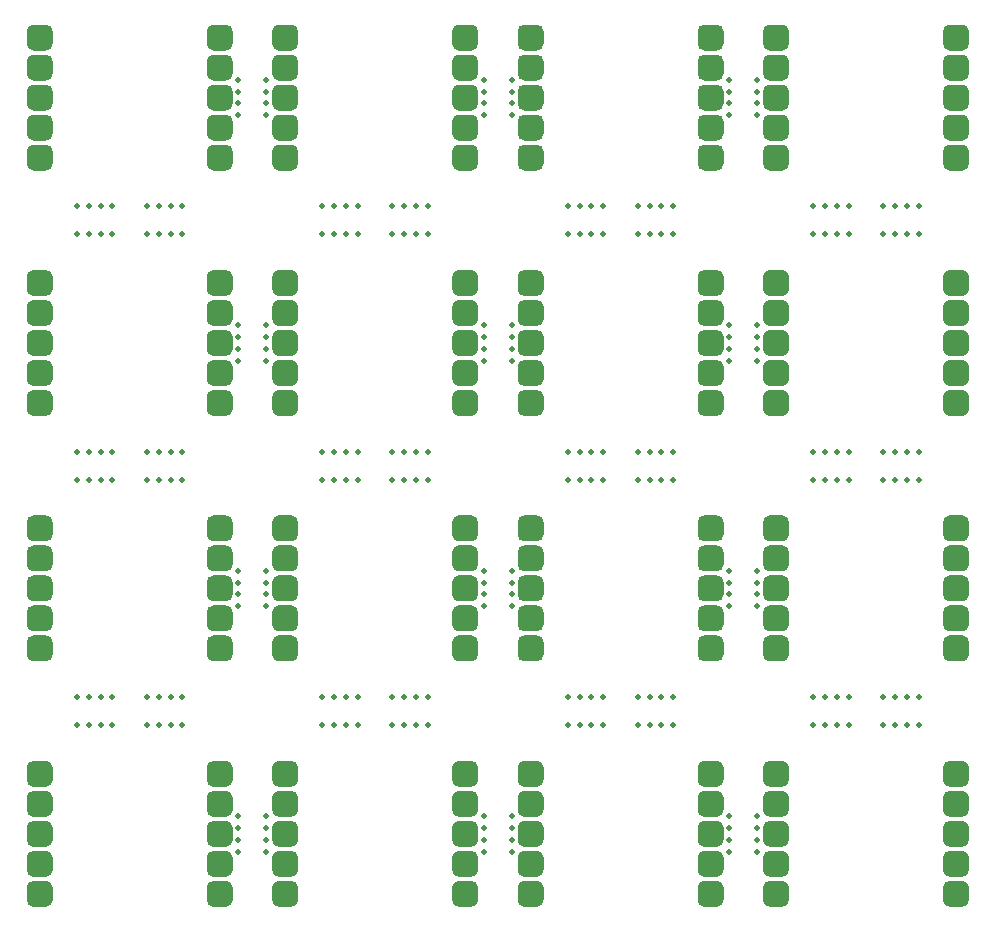
<source format=gbr>
%TF.GenerationSoftware,KiCad,Pcbnew,5.1.8*%
%TF.CreationDate,2020-11-29T16:03:20+01:00*%
%TF.ProjectId,panel2,70616e65-6c32-42e6-9b69-6361645f7063,rev?*%
%TF.SameCoordinates,Original*%
%TF.FileFunction,Soldermask,Bot*%
%TF.FilePolarity,Negative*%
%FSLAX46Y46*%
G04 Gerber Fmt 4.6, Leading zero omitted, Abs format (unit mm)*
G04 Created by KiCad (PCBNEW 5.1.8) date 2020-11-29 16:03:20*
%MOMM*%
%LPD*%
G01*
G04 APERTURE LIST*
%ADD10C,0.500000*%
G04 APERTURE END LIST*
D10*
%TO.C,REF\u002A\u002A*%
X112021500Y-122730017D03*
%TD*%
%TO.C,REF\u002A\u002A*%
X112021500Y-121730017D03*
%TD*%
%TO.C,REF\u002A\u002A*%
X112021500Y-120730017D03*
%TD*%
%TO.C,REF\u002A\u002A*%
X112021500Y-119730017D03*
%TD*%
%TO.C,REF\u002A\u002A*%
X109658500Y-119730017D03*
%TD*%
%TO.C,REF\u002A\u002A*%
X109658500Y-120730017D03*
%TD*%
%TO.C,REF\u002A\u002A*%
X109658500Y-121730017D03*
%TD*%
%TO.C,REF\u002A\u002A*%
X109658500Y-122730017D03*
%TD*%
%TO.C,REF\u002A\u002A*%
X91241500Y-122730017D03*
%TD*%
%TO.C,REF\u002A\u002A*%
X91241500Y-121730017D03*
%TD*%
%TO.C,REF\u002A\u002A*%
X91241500Y-120730017D03*
%TD*%
%TO.C,REF\u002A\u002A*%
X91241500Y-119730017D03*
%TD*%
%TO.C,REF\u002A\u002A*%
X88878500Y-119730017D03*
%TD*%
%TO.C,REF\u002A\u002A*%
X88878500Y-120730017D03*
%TD*%
%TO.C,REF\u002A\u002A*%
X88878500Y-121730017D03*
%TD*%
%TO.C,REF\u002A\u002A*%
X88878500Y-122730017D03*
%TD*%
%TO.C,REF\u002A\u002A*%
X70461500Y-122730017D03*
%TD*%
%TO.C,REF\u002A\u002A*%
X70461500Y-121730017D03*
%TD*%
%TO.C,REF\u002A\u002A*%
X70461500Y-120730017D03*
%TD*%
%TO.C,REF\u002A\u002A*%
X70461500Y-119730017D03*
%TD*%
%TO.C,REF\u002A\u002A*%
X68098500Y-119730017D03*
%TD*%
%TO.C,REF\u002A\u002A*%
X68098500Y-120730017D03*
%TD*%
%TO.C,REF\u002A\u002A*%
X68098500Y-121730017D03*
%TD*%
%TO.C,REF\u002A\u002A*%
X68098500Y-122730017D03*
%TD*%
%TO.C,REF\u002A\u002A*%
X112021500Y-101950012D03*
%TD*%
%TO.C,REF\u002A\u002A*%
X112021500Y-100950012D03*
%TD*%
%TO.C,REF\u002A\u002A*%
X112021500Y-99950012D03*
%TD*%
%TO.C,REF\u002A\u002A*%
X112021500Y-98950012D03*
%TD*%
%TO.C,REF\u002A\u002A*%
X109658500Y-98950012D03*
%TD*%
%TO.C,REF\u002A\u002A*%
X109658500Y-99950012D03*
%TD*%
%TO.C,REF\u002A\u002A*%
X109658500Y-100950012D03*
%TD*%
%TO.C,REF\u002A\u002A*%
X109658500Y-101950012D03*
%TD*%
%TO.C,REF\u002A\u002A*%
X91241500Y-101950012D03*
%TD*%
%TO.C,REF\u002A\u002A*%
X91241500Y-100950012D03*
%TD*%
%TO.C,REF\u002A\u002A*%
X91241500Y-99950012D03*
%TD*%
%TO.C,REF\u002A\u002A*%
X91241500Y-98950012D03*
%TD*%
%TO.C,REF\u002A\u002A*%
X88878500Y-98950012D03*
%TD*%
%TO.C,REF\u002A\u002A*%
X88878500Y-99950012D03*
%TD*%
%TO.C,REF\u002A\u002A*%
X88878500Y-100950012D03*
%TD*%
%TO.C,REF\u002A\u002A*%
X88878500Y-101950012D03*
%TD*%
%TO.C,REF\u002A\u002A*%
X70461500Y-101950012D03*
%TD*%
%TO.C,REF\u002A\u002A*%
X70461500Y-100950012D03*
%TD*%
%TO.C,REF\u002A\u002A*%
X70461500Y-99950012D03*
%TD*%
%TO.C,REF\u002A\u002A*%
X70461500Y-98950012D03*
%TD*%
%TO.C,REF\u002A\u002A*%
X68098500Y-98950012D03*
%TD*%
%TO.C,REF\u002A\u002A*%
X68098500Y-99950012D03*
%TD*%
%TO.C,REF\u002A\u002A*%
X68098500Y-100950012D03*
%TD*%
%TO.C,REF\u002A\u002A*%
X68098500Y-101950012D03*
%TD*%
%TO.C,REF\u002A\u002A*%
X112021500Y-81170007D03*
%TD*%
%TO.C,REF\u002A\u002A*%
X112021500Y-80170007D03*
%TD*%
%TO.C,REF\u002A\u002A*%
X112021500Y-79170007D03*
%TD*%
%TO.C,REF\u002A\u002A*%
X112021500Y-78170007D03*
%TD*%
%TO.C,REF\u002A\u002A*%
X109658500Y-78170007D03*
%TD*%
%TO.C,REF\u002A\u002A*%
X109658500Y-79170007D03*
%TD*%
%TO.C,REF\u002A\u002A*%
X109658500Y-80170007D03*
%TD*%
%TO.C,REF\u002A\u002A*%
X109658500Y-81170007D03*
%TD*%
%TO.C,REF\u002A\u002A*%
X91241500Y-81170007D03*
%TD*%
%TO.C,REF\u002A\u002A*%
X91241500Y-80170007D03*
%TD*%
%TO.C,REF\u002A\u002A*%
X91241500Y-79170007D03*
%TD*%
%TO.C,REF\u002A\u002A*%
X91241500Y-78170007D03*
%TD*%
%TO.C,REF\u002A\u002A*%
X88878500Y-78170007D03*
%TD*%
%TO.C,REF\u002A\u002A*%
X88878500Y-79170007D03*
%TD*%
%TO.C,REF\u002A\u002A*%
X88878500Y-80170007D03*
%TD*%
%TO.C,REF\u002A\u002A*%
X88878500Y-81170007D03*
%TD*%
%TO.C,REF\u002A\u002A*%
X70461500Y-81170007D03*
%TD*%
%TO.C,REF\u002A\u002A*%
X70461500Y-80170007D03*
%TD*%
%TO.C,REF\u002A\u002A*%
X70461500Y-79170007D03*
%TD*%
%TO.C,REF\u002A\u002A*%
X70461500Y-78170007D03*
%TD*%
%TO.C,REF\u002A\u002A*%
X68098500Y-78170007D03*
%TD*%
%TO.C,REF\u002A\u002A*%
X68098500Y-79170007D03*
%TD*%
%TO.C,REF\u002A\u002A*%
X68098500Y-80170007D03*
%TD*%
%TO.C,REF\u002A\u002A*%
X68098500Y-81170007D03*
%TD*%
%TO.C,REF\u002A\u002A*%
X112021500Y-60390002D03*
%TD*%
%TO.C,REF\u002A\u002A*%
X112021500Y-59390002D03*
%TD*%
%TO.C,REF\u002A\u002A*%
X112021500Y-58390002D03*
%TD*%
%TO.C,REF\u002A\u002A*%
X112021500Y-57390002D03*
%TD*%
%TO.C,REF\u002A\u002A*%
X109658500Y-57390002D03*
%TD*%
%TO.C,REF\u002A\u002A*%
X109658500Y-58390002D03*
%TD*%
%TO.C,REF\u002A\u002A*%
X109658500Y-59390002D03*
%TD*%
%TO.C,REF\u002A\u002A*%
X109658500Y-60390002D03*
%TD*%
%TO.C,REF\u002A\u002A*%
X91241500Y-60390002D03*
%TD*%
%TO.C,REF\u002A\u002A*%
X91241500Y-59390002D03*
%TD*%
%TO.C,REF\u002A\u002A*%
X91241500Y-58390002D03*
%TD*%
%TO.C,REF\u002A\u002A*%
X91241500Y-57390002D03*
%TD*%
%TO.C,REF\u002A\u002A*%
X88878500Y-57390002D03*
%TD*%
%TO.C,REF\u002A\u002A*%
X88878500Y-58390002D03*
%TD*%
%TO.C,REF\u002A\u002A*%
X88878500Y-59390002D03*
%TD*%
%TO.C,REF\u002A\u002A*%
X88878500Y-60390002D03*
%TD*%
%TO.C,REF\u002A\u002A*%
X70461500Y-60390002D03*
%TD*%
%TO.C,REF\u002A\u002A*%
X70461500Y-59390002D03*
%TD*%
%TO.C,REF\u002A\u002A*%
X70461500Y-58390002D03*
%TD*%
%TO.C,REF\u002A\u002A*%
X70461500Y-57390002D03*
%TD*%
%TO.C,REF\u002A\u002A*%
X68098500Y-57390002D03*
%TD*%
%TO.C,REF\u002A\u002A*%
X68098500Y-58390002D03*
%TD*%
%TO.C,REF\u002A\u002A*%
X68098500Y-59390002D03*
%TD*%
%TO.C,REF\u002A\u002A*%
X68098500Y-60390002D03*
%TD*%
%TO.C,REF\u002A\u002A*%
X122693351Y-112021500D03*
%TD*%
%TO.C,REF\u002A\u002A*%
X123693351Y-112021500D03*
%TD*%
%TO.C,REF\u002A\u002A*%
X124693351Y-112021500D03*
%TD*%
%TO.C,REF\u002A\u002A*%
X125693351Y-112021500D03*
%TD*%
%TO.C,REF\u002A\u002A*%
X116766683Y-112021500D03*
%TD*%
%TO.C,REF\u002A\u002A*%
X117766683Y-112021500D03*
%TD*%
%TO.C,REF\u002A\u002A*%
X118766683Y-112021500D03*
%TD*%
%TO.C,REF\u002A\u002A*%
X119766683Y-112021500D03*
%TD*%
%TO.C,REF\u002A\u002A*%
X101913346Y-112021500D03*
%TD*%
%TO.C,REF\u002A\u002A*%
X102913346Y-112021500D03*
%TD*%
%TO.C,REF\u002A\u002A*%
X103913346Y-112021500D03*
%TD*%
%TO.C,REF\u002A\u002A*%
X104913346Y-112021500D03*
%TD*%
%TO.C,REF\u002A\u002A*%
X95986678Y-112021500D03*
%TD*%
%TO.C,REF\u002A\u002A*%
X96986678Y-112021500D03*
%TD*%
%TO.C,REF\u002A\u002A*%
X97986678Y-112021500D03*
%TD*%
%TO.C,REF\u002A\u002A*%
X98986678Y-112021500D03*
%TD*%
%TO.C,REF\u002A\u002A*%
X81133341Y-112021500D03*
%TD*%
%TO.C,REF\u002A\u002A*%
X82133341Y-112021500D03*
%TD*%
%TO.C,REF\u002A\u002A*%
X83133341Y-112021500D03*
%TD*%
%TO.C,REF\u002A\u002A*%
X84133341Y-112021500D03*
%TD*%
%TO.C,REF\u002A\u002A*%
X75206673Y-112021500D03*
%TD*%
%TO.C,REF\u002A\u002A*%
X76206673Y-112021500D03*
%TD*%
%TO.C,REF\u002A\u002A*%
X77206673Y-112021500D03*
%TD*%
%TO.C,REF\u002A\u002A*%
X78206673Y-112021500D03*
%TD*%
%TO.C,REF\u002A\u002A*%
X60353336Y-112021500D03*
%TD*%
%TO.C,REF\u002A\u002A*%
X61353336Y-112021500D03*
%TD*%
%TO.C,REF\u002A\u002A*%
X62353336Y-112021500D03*
%TD*%
%TO.C,REF\u002A\u002A*%
X63353336Y-112021500D03*
%TD*%
%TO.C,REF\u002A\u002A*%
X54426668Y-112021500D03*
%TD*%
%TO.C,REF\u002A\u002A*%
X55426668Y-112021500D03*
%TD*%
%TO.C,REF\u002A\u002A*%
X56426668Y-112021500D03*
%TD*%
%TO.C,REF\u002A\u002A*%
X57426668Y-112021500D03*
%TD*%
%TO.C,REF\u002A\u002A*%
X125693351Y-109658500D03*
%TD*%
%TO.C,REF\u002A\u002A*%
X124693351Y-109658500D03*
%TD*%
%TO.C,REF\u002A\u002A*%
X123693351Y-109658500D03*
%TD*%
%TO.C,REF\u002A\u002A*%
X122693351Y-109658500D03*
%TD*%
%TO.C,REF\u002A\u002A*%
X119766683Y-109658500D03*
%TD*%
%TO.C,REF\u002A\u002A*%
X118766683Y-109658500D03*
%TD*%
%TO.C,REF\u002A\u002A*%
X117766683Y-109658500D03*
%TD*%
%TO.C,REF\u002A\u002A*%
X116766683Y-109658500D03*
%TD*%
%TO.C,REF\u002A\u002A*%
X122693351Y-91241500D03*
%TD*%
%TO.C,REF\u002A\u002A*%
X123693351Y-91241500D03*
%TD*%
%TO.C,REF\u002A\u002A*%
X124693351Y-91241500D03*
%TD*%
%TO.C,REF\u002A\u002A*%
X125693351Y-91241500D03*
%TD*%
%TO.C,REF\u002A\u002A*%
X116766683Y-91241500D03*
%TD*%
%TO.C,REF\u002A\u002A*%
X117766683Y-91241500D03*
%TD*%
%TO.C,REF\u002A\u002A*%
X118766683Y-91241500D03*
%TD*%
%TO.C,REF\u002A\u002A*%
X119766683Y-91241500D03*
%TD*%
%TO.C,REF\u002A\u002A*%
X104913346Y-109658500D03*
%TD*%
%TO.C,REF\u002A\u002A*%
X103913346Y-109658500D03*
%TD*%
%TO.C,REF\u002A\u002A*%
X102913346Y-109658500D03*
%TD*%
%TO.C,REF\u002A\u002A*%
X101913346Y-109658500D03*
%TD*%
%TO.C,REF\u002A\u002A*%
X98986678Y-109658500D03*
%TD*%
%TO.C,REF\u002A\u002A*%
X97986678Y-109658500D03*
%TD*%
%TO.C,REF\u002A\u002A*%
X96986678Y-109658500D03*
%TD*%
%TO.C,REF\u002A\u002A*%
X95986678Y-109658500D03*
%TD*%
%TO.C,REF\u002A\u002A*%
X101913346Y-91241500D03*
%TD*%
%TO.C,REF\u002A\u002A*%
X102913346Y-91241500D03*
%TD*%
%TO.C,REF\u002A\u002A*%
X103913346Y-91241500D03*
%TD*%
%TO.C,REF\u002A\u002A*%
X104913346Y-91241500D03*
%TD*%
%TO.C,REF\u002A\u002A*%
X95986678Y-91241500D03*
%TD*%
%TO.C,REF\u002A\u002A*%
X96986678Y-91241500D03*
%TD*%
%TO.C,REF\u002A\u002A*%
X97986678Y-91241500D03*
%TD*%
%TO.C,REF\u002A\u002A*%
X98986678Y-91241500D03*
%TD*%
%TO.C,REF\u002A\u002A*%
X84133341Y-109658500D03*
%TD*%
%TO.C,REF\u002A\u002A*%
X83133341Y-109658500D03*
%TD*%
%TO.C,REF\u002A\u002A*%
X82133341Y-109658500D03*
%TD*%
%TO.C,REF\u002A\u002A*%
X81133341Y-109658500D03*
%TD*%
%TO.C,REF\u002A\u002A*%
X78206673Y-109658500D03*
%TD*%
%TO.C,REF\u002A\u002A*%
X77206673Y-109658500D03*
%TD*%
%TO.C,REF\u002A\u002A*%
X76206673Y-109658500D03*
%TD*%
%TO.C,REF\u002A\u002A*%
X75206673Y-109658500D03*
%TD*%
%TO.C,REF\u002A\u002A*%
X81133341Y-91241500D03*
%TD*%
%TO.C,REF\u002A\u002A*%
X82133341Y-91241500D03*
%TD*%
%TO.C,REF\u002A\u002A*%
X83133341Y-91241500D03*
%TD*%
%TO.C,REF\u002A\u002A*%
X84133341Y-91241500D03*
%TD*%
%TO.C,REF\u002A\u002A*%
X75206673Y-91241500D03*
%TD*%
%TO.C,REF\u002A\u002A*%
X76206673Y-91241500D03*
%TD*%
%TO.C,REF\u002A\u002A*%
X77206673Y-91241500D03*
%TD*%
%TO.C,REF\u002A\u002A*%
X78206673Y-91241500D03*
%TD*%
%TO.C,REF\u002A\u002A*%
X63353336Y-109658500D03*
%TD*%
%TO.C,REF\u002A\u002A*%
X62353336Y-109658500D03*
%TD*%
%TO.C,REF\u002A\u002A*%
X61353336Y-109658500D03*
%TD*%
%TO.C,REF\u002A\u002A*%
X60353336Y-109658500D03*
%TD*%
%TO.C,REF\u002A\u002A*%
X57426668Y-109658500D03*
%TD*%
%TO.C,REF\u002A\u002A*%
X56426668Y-109658500D03*
%TD*%
%TO.C,REF\u002A\u002A*%
X55426668Y-109658500D03*
%TD*%
%TO.C,REF\u002A\u002A*%
X54426668Y-109658500D03*
%TD*%
%TO.C,REF\u002A\u002A*%
X60353336Y-91241500D03*
%TD*%
%TO.C,REF\u002A\u002A*%
X61353336Y-91241500D03*
%TD*%
%TO.C,REF\u002A\u002A*%
X62353336Y-91241500D03*
%TD*%
%TO.C,REF\u002A\u002A*%
X63353336Y-91241500D03*
%TD*%
%TO.C,REF\u002A\u002A*%
X54426668Y-91241500D03*
%TD*%
%TO.C,REF\u002A\u002A*%
X55426668Y-91241500D03*
%TD*%
%TO.C,REF\u002A\u002A*%
X56426668Y-91241500D03*
%TD*%
%TO.C,REF\u002A\u002A*%
X57426668Y-91241500D03*
%TD*%
%TO.C,REF\u002A\u002A*%
X125693351Y-88878500D03*
%TD*%
%TO.C,REF\u002A\u002A*%
X124693351Y-88878500D03*
%TD*%
%TO.C,REF\u002A\u002A*%
X123693351Y-88878500D03*
%TD*%
%TO.C,REF\u002A\u002A*%
X122693351Y-88878500D03*
%TD*%
%TO.C,REF\u002A\u002A*%
X119766683Y-88878500D03*
%TD*%
%TO.C,REF\u002A\u002A*%
X118766683Y-88878500D03*
%TD*%
%TO.C,REF\u002A\u002A*%
X117766683Y-88878500D03*
%TD*%
%TO.C,REF\u002A\u002A*%
X116766683Y-88878500D03*
%TD*%
%TO.C,REF\u002A\u002A*%
X122693351Y-70461500D03*
%TD*%
%TO.C,REF\u002A\u002A*%
X123693351Y-70461500D03*
%TD*%
%TO.C,REF\u002A\u002A*%
X124693351Y-70461500D03*
%TD*%
%TO.C,REF\u002A\u002A*%
X125693351Y-70461500D03*
%TD*%
%TO.C,REF\u002A\u002A*%
X116766683Y-70461500D03*
%TD*%
%TO.C,REF\u002A\u002A*%
X117766683Y-70461500D03*
%TD*%
%TO.C,REF\u002A\u002A*%
X118766683Y-70461500D03*
%TD*%
%TO.C,REF\u002A\u002A*%
X119766683Y-70461500D03*
%TD*%
%TO.C,REF\u002A\u002A*%
X104913346Y-88878500D03*
%TD*%
%TO.C,REF\u002A\u002A*%
X103913346Y-88878500D03*
%TD*%
%TO.C,REF\u002A\u002A*%
X102913346Y-88878500D03*
%TD*%
%TO.C,REF\u002A\u002A*%
X101913346Y-88878500D03*
%TD*%
%TO.C,REF\u002A\u002A*%
X98986678Y-88878500D03*
%TD*%
%TO.C,REF\u002A\u002A*%
X97986678Y-88878500D03*
%TD*%
%TO.C,REF\u002A\u002A*%
X96986678Y-88878500D03*
%TD*%
%TO.C,REF\u002A\u002A*%
X95986678Y-88878500D03*
%TD*%
%TO.C,REF\u002A\u002A*%
X101913346Y-70461500D03*
%TD*%
%TO.C,REF\u002A\u002A*%
X102913346Y-70461500D03*
%TD*%
%TO.C,REF\u002A\u002A*%
X103913346Y-70461500D03*
%TD*%
%TO.C,REF\u002A\u002A*%
X104913346Y-70461500D03*
%TD*%
%TO.C,REF\u002A\u002A*%
X95986678Y-70461500D03*
%TD*%
%TO.C,REF\u002A\u002A*%
X96986678Y-70461500D03*
%TD*%
%TO.C,REF\u002A\u002A*%
X97986678Y-70461500D03*
%TD*%
%TO.C,REF\u002A\u002A*%
X98986678Y-70461500D03*
%TD*%
%TO.C,REF\u002A\u002A*%
X84133341Y-88878500D03*
%TD*%
%TO.C,REF\u002A\u002A*%
X83133341Y-88878500D03*
%TD*%
%TO.C,REF\u002A\u002A*%
X82133341Y-88878500D03*
%TD*%
%TO.C,REF\u002A\u002A*%
X81133341Y-88878500D03*
%TD*%
%TO.C,REF\u002A\u002A*%
X78206673Y-88878500D03*
%TD*%
%TO.C,REF\u002A\u002A*%
X77206673Y-88878500D03*
%TD*%
%TO.C,REF\u002A\u002A*%
X76206673Y-88878500D03*
%TD*%
%TO.C,REF\u002A\u002A*%
X75206673Y-88878500D03*
%TD*%
%TO.C,REF\u002A\u002A*%
X81133341Y-70461500D03*
%TD*%
%TO.C,REF\u002A\u002A*%
X82133341Y-70461500D03*
%TD*%
%TO.C,REF\u002A\u002A*%
X83133341Y-70461500D03*
%TD*%
%TO.C,REF\u002A\u002A*%
X84133341Y-70461500D03*
%TD*%
%TO.C,REF\u002A\u002A*%
X75206673Y-70461500D03*
%TD*%
%TO.C,REF\u002A\u002A*%
X76206673Y-70461500D03*
%TD*%
%TO.C,REF\u002A\u002A*%
X77206673Y-70461500D03*
%TD*%
%TO.C,REF\u002A\u002A*%
X78206673Y-70461500D03*
%TD*%
%TO.C,REF\u002A\u002A*%
X63353336Y-88878500D03*
%TD*%
%TO.C,REF\u002A\u002A*%
X62353336Y-88878500D03*
%TD*%
%TO.C,REF\u002A\u002A*%
X61353336Y-88878500D03*
%TD*%
%TO.C,REF\u002A\u002A*%
X60353336Y-88878500D03*
%TD*%
%TO.C,REF\u002A\u002A*%
X57426668Y-88878500D03*
%TD*%
%TO.C,REF\u002A\u002A*%
X56426668Y-88878500D03*
%TD*%
%TO.C,REF\u002A\u002A*%
X55426668Y-88878500D03*
%TD*%
%TO.C,REF\u002A\u002A*%
X54426668Y-88878500D03*
%TD*%
%TO.C,REF\u002A\u002A*%
X60353336Y-70461500D03*
%TD*%
%TO.C,REF\u002A\u002A*%
X61353336Y-70461500D03*
%TD*%
%TO.C,REF\u002A\u002A*%
X62353336Y-70461500D03*
%TD*%
%TO.C,REF\u002A\u002A*%
X63353336Y-70461500D03*
%TD*%
%TO.C,REF\u002A\u002A*%
X54426668Y-70461500D03*
%TD*%
%TO.C,REF\u002A\u002A*%
X55426668Y-70461500D03*
%TD*%
%TO.C,REF\u002A\u002A*%
X56426668Y-70461500D03*
%TD*%
%TO.C,REF\u002A\u002A*%
X57426668Y-70461500D03*
%TD*%
%TO.C,REF\u002A\u002A*%
X125693351Y-68098500D03*
%TD*%
%TO.C,REF\u002A\u002A*%
X124693351Y-68098500D03*
%TD*%
%TO.C,REF\u002A\u002A*%
X123693351Y-68098500D03*
%TD*%
%TO.C,REF\u002A\u002A*%
X122693351Y-68098500D03*
%TD*%
%TO.C,REF\u002A\u002A*%
X119766683Y-68098500D03*
%TD*%
%TO.C,REF\u002A\u002A*%
X118766683Y-68098500D03*
%TD*%
%TO.C,REF\u002A\u002A*%
X117766683Y-68098500D03*
%TD*%
%TO.C,REF\u002A\u002A*%
X116766683Y-68098500D03*
%TD*%
%TO.C,REF\u002A\u002A*%
X104913346Y-68098500D03*
%TD*%
%TO.C,REF\u002A\u002A*%
X103913346Y-68098500D03*
%TD*%
%TO.C,REF\u002A\u002A*%
X102913346Y-68098500D03*
%TD*%
%TO.C,REF\u002A\u002A*%
X101913346Y-68098500D03*
%TD*%
%TO.C,REF\u002A\u002A*%
X98986678Y-68098500D03*
%TD*%
%TO.C,REF\u002A\u002A*%
X97986678Y-68098500D03*
%TD*%
%TO.C,REF\u002A\u002A*%
X96986678Y-68098500D03*
%TD*%
%TO.C,REF\u002A\u002A*%
X95986678Y-68098500D03*
%TD*%
%TO.C,REF\u002A\u002A*%
X84133341Y-68098500D03*
%TD*%
%TO.C,REF\u002A\u002A*%
X83133341Y-68098500D03*
%TD*%
%TO.C,REF\u002A\u002A*%
X82133341Y-68098500D03*
%TD*%
%TO.C,REF\u002A\u002A*%
X81133341Y-68098500D03*
%TD*%
%TO.C,REF\u002A\u002A*%
X78206673Y-68098500D03*
%TD*%
%TO.C,REF\u002A\u002A*%
X77206673Y-68098500D03*
%TD*%
%TO.C,REF\u002A\u002A*%
X76206673Y-68098500D03*
%TD*%
%TO.C,REF\u002A\u002A*%
X75206673Y-68098500D03*
%TD*%
%TO.C,REF\u002A\u002A*%
X63353336Y-68098500D03*
%TD*%
%TO.C,REF\u002A\u002A*%
X62353336Y-68098500D03*
%TD*%
%TO.C,REF\u002A\u002A*%
X61353336Y-68098500D03*
%TD*%
%TO.C,REF\u002A\u002A*%
X60353336Y-68098500D03*
%TD*%
%TO.C,REF\u002A\u002A*%
X57426668Y-68098500D03*
%TD*%
%TO.C,REF\u002A\u002A*%
X56426668Y-68098500D03*
%TD*%
%TO.C,REF\u002A\u002A*%
X55426668Y-68098500D03*
%TD*%
%TO.C,REF\u002A\u002A*%
X54426668Y-68098500D03*
%TD*%
%TO.C,TP1*%
G36*
G01*
X112510016Y-116700016D02*
X112510016Y-115600016D01*
G75*
G02*
X113060016Y-115050016I550000J0D01*
G01*
X114160016Y-115050016D01*
G75*
G02*
X114710016Y-115600016I0J-550000D01*
G01*
X114710016Y-116700016D01*
G75*
G02*
X114160016Y-117250016I-550000J0D01*
G01*
X113060016Y-117250016D01*
G75*
G02*
X112510016Y-116700016I0J550000D01*
G01*
G37*
%TD*%
%TO.C,TP2*%
G36*
G01*
X112510016Y-119240016D02*
X112510016Y-118140016D01*
G75*
G02*
X113060016Y-117590016I550000J0D01*
G01*
X114160016Y-117590016D01*
G75*
G02*
X114710016Y-118140016I0J-550000D01*
G01*
X114710016Y-119240016D01*
G75*
G02*
X114160016Y-119790016I-550000J0D01*
G01*
X113060016Y-119790016D01*
G75*
G02*
X112510016Y-119240016I0J550000D01*
G01*
G37*
%TD*%
%TO.C,TP3*%
G36*
G01*
X112510016Y-124320016D02*
X112510016Y-123220016D01*
G75*
G02*
X113060016Y-122670016I550000J0D01*
G01*
X114160016Y-122670016D01*
G75*
G02*
X114710016Y-123220016I0J-550000D01*
G01*
X114710016Y-124320016D01*
G75*
G02*
X114160016Y-124870016I-550000J0D01*
G01*
X113060016Y-124870016D01*
G75*
G02*
X112510016Y-124320016I0J550000D01*
G01*
G37*
%TD*%
%TO.C,TP4*%
G36*
G01*
X112510016Y-126860016D02*
X112510016Y-125760016D01*
G75*
G02*
X113060016Y-125210016I550000J0D01*
G01*
X114160016Y-125210016D01*
G75*
G02*
X114710016Y-125760016I0J-550000D01*
G01*
X114710016Y-126860016D01*
G75*
G02*
X114160016Y-127410016I-550000J0D01*
G01*
X113060016Y-127410016D01*
G75*
G02*
X112510016Y-126860016I0J550000D01*
G01*
G37*
%TD*%
%TO.C,TP5*%
G36*
G01*
X112510016Y-121780016D02*
X112510016Y-120680016D01*
G75*
G02*
X113060016Y-120130016I550000J0D01*
G01*
X114160016Y-120130016D01*
G75*
G02*
X114710016Y-120680016I0J-550000D01*
G01*
X114710016Y-121780016D01*
G75*
G02*
X114160016Y-122330016I-550000J0D01*
G01*
X113060016Y-122330016D01*
G75*
G02*
X112510016Y-121780016I0J550000D01*
G01*
G37*
%TD*%
%TO.C,TP6*%
G36*
G01*
X127750016Y-126860016D02*
X127750016Y-125760016D01*
G75*
G02*
X128300016Y-125210016I550000J0D01*
G01*
X129400016Y-125210016D01*
G75*
G02*
X129950016Y-125760016I0J-550000D01*
G01*
X129950016Y-126860016D01*
G75*
G02*
X129400016Y-127410016I-550000J0D01*
G01*
X128300016Y-127410016D01*
G75*
G02*
X127750016Y-126860016I0J550000D01*
G01*
G37*
%TD*%
%TO.C,TP7*%
G36*
G01*
X127750016Y-119240016D02*
X127750016Y-118140016D01*
G75*
G02*
X128300016Y-117590016I550000J0D01*
G01*
X129400016Y-117590016D01*
G75*
G02*
X129950016Y-118140016I0J-550000D01*
G01*
X129950016Y-119240016D01*
G75*
G02*
X129400016Y-119790016I-550000J0D01*
G01*
X128300016Y-119790016D01*
G75*
G02*
X127750016Y-119240016I0J550000D01*
G01*
G37*
%TD*%
%TO.C,TP8*%
G36*
G01*
X127750016Y-121780016D02*
X127750016Y-120680016D01*
G75*
G02*
X128300016Y-120130016I550000J0D01*
G01*
X129400016Y-120130016D01*
G75*
G02*
X129950016Y-120680016I0J-550000D01*
G01*
X129950016Y-121780016D01*
G75*
G02*
X129400016Y-122330016I-550000J0D01*
G01*
X128300016Y-122330016D01*
G75*
G02*
X127750016Y-121780016I0J550000D01*
G01*
G37*
%TD*%
%TO.C,TP9*%
G36*
G01*
X127750016Y-124320016D02*
X127750016Y-123220016D01*
G75*
G02*
X128300016Y-122670016I550000J0D01*
G01*
X129400016Y-122670016D01*
G75*
G02*
X129950016Y-123220016I0J-550000D01*
G01*
X129950016Y-124320016D01*
G75*
G02*
X129400016Y-124870016I-550000J0D01*
G01*
X128300016Y-124870016D01*
G75*
G02*
X127750016Y-124320016I0J550000D01*
G01*
G37*
%TD*%
%TO.C,TP10*%
G36*
G01*
X127750016Y-116700016D02*
X127750016Y-115600016D01*
G75*
G02*
X128300016Y-115050016I550000J0D01*
G01*
X129400016Y-115050016D01*
G75*
G02*
X129950016Y-115600016I0J-550000D01*
G01*
X129950016Y-116700016D01*
G75*
G02*
X129400016Y-117250016I-550000J0D01*
G01*
X128300016Y-117250016D01*
G75*
G02*
X127750016Y-116700016I0J550000D01*
G01*
G37*
%TD*%
%TO.C,TP1*%
G36*
G01*
X91730011Y-116700016D02*
X91730011Y-115600016D01*
G75*
G02*
X92280011Y-115050016I550000J0D01*
G01*
X93380011Y-115050016D01*
G75*
G02*
X93930011Y-115600016I0J-550000D01*
G01*
X93930011Y-116700016D01*
G75*
G02*
X93380011Y-117250016I-550000J0D01*
G01*
X92280011Y-117250016D01*
G75*
G02*
X91730011Y-116700016I0J550000D01*
G01*
G37*
%TD*%
%TO.C,TP2*%
G36*
G01*
X91730011Y-119240016D02*
X91730011Y-118140016D01*
G75*
G02*
X92280011Y-117590016I550000J0D01*
G01*
X93380011Y-117590016D01*
G75*
G02*
X93930011Y-118140016I0J-550000D01*
G01*
X93930011Y-119240016D01*
G75*
G02*
X93380011Y-119790016I-550000J0D01*
G01*
X92280011Y-119790016D01*
G75*
G02*
X91730011Y-119240016I0J550000D01*
G01*
G37*
%TD*%
%TO.C,TP3*%
G36*
G01*
X91730011Y-124320016D02*
X91730011Y-123220016D01*
G75*
G02*
X92280011Y-122670016I550000J0D01*
G01*
X93380011Y-122670016D01*
G75*
G02*
X93930011Y-123220016I0J-550000D01*
G01*
X93930011Y-124320016D01*
G75*
G02*
X93380011Y-124870016I-550000J0D01*
G01*
X92280011Y-124870016D01*
G75*
G02*
X91730011Y-124320016I0J550000D01*
G01*
G37*
%TD*%
%TO.C,TP4*%
G36*
G01*
X91730011Y-126860016D02*
X91730011Y-125760016D01*
G75*
G02*
X92280011Y-125210016I550000J0D01*
G01*
X93380011Y-125210016D01*
G75*
G02*
X93930011Y-125760016I0J-550000D01*
G01*
X93930011Y-126860016D01*
G75*
G02*
X93380011Y-127410016I-550000J0D01*
G01*
X92280011Y-127410016D01*
G75*
G02*
X91730011Y-126860016I0J550000D01*
G01*
G37*
%TD*%
%TO.C,TP5*%
G36*
G01*
X91730011Y-121780016D02*
X91730011Y-120680016D01*
G75*
G02*
X92280011Y-120130016I550000J0D01*
G01*
X93380011Y-120130016D01*
G75*
G02*
X93930011Y-120680016I0J-550000D01*
G01*
X93930011Y-121780016D01*
G75*
G02*
X93380011Y-122330016I-550000J0D01*
G01*
X92280011Y-122330016D01*
G75*
G02*
X91730011Y-121780016I0J550000D01*
G01*
G37*
%TD*%
%TO.C,TP6*%
G36*
G01*
X106970011Y-126860016D02*
X106970011Y-125760016D01*
G75*
G02*
X107520011Y-125210016I550000J0D01*
G01*
X108620011Y-125210016D01*
G75*
G02*
X109170011Y-125760016I0J-550000D01*
G01*
X109170011Y-126860016D01*
G75*
G02*
X108620011Y-127410016I-550000J0D01*
G01*
X107520011Y-127410016D01*
G75*
G02*
X106970011Y-126860016I0J550000D01*
G01*
G37*
%TD*%
%TO.C,TP7*%
G36*
G01*
X106970011Y-119240016D02*
X106970011Y-118140016D01*
G75*
G02*
X107520011Y-117590016I550000J0D01*
G01*
X108620011Y-117590016D01*
G75*
G02*
X109170011Y-118140016I0J-550000D01*
G01*
X109170011Y-119240016D01*
G75*
G02*
X108620011Y-119790016I-550000J0D01*
G01*
X107520011Y-119790016D01*
G75*
G02*
X106970011Y-119240016I0J550000D01*
G01*
G37*
%TD*%
%TO.C,TP8*%
G36*
G01*
X106970011Y-121780016D02*
X106970011Y-120680016D01*
G75*
G02*
X107520011Y-120130016I550000J0D01*
G01*
X108620011Y-120130016D01*
G75*
G02*
X109170011Y-120680016I0J-550000D01*
G01*
X109170011Y-121780016D01*
G75*
G02*
X108620011Y-122330016I-550000J0D01*
G01*
X107520011Y-122330016D01*
G75*
G02*
X106970011Y-121780016I0J550000D01*
G01*
G37*
%TD*%
%TO.C,TP9*%
G36*
G01*
X106970011Y-124320016D02*
X106970011Y-123220016D01*
G75*
G02*
X107520011Y-122670016I550000J0D01*
G01*
X108620011Y-122670016D01*
G75*
G02*
X109170011Y-123220016I0J-550000D01*
G01*
X109170011Y-124320016D01*
G75*
G02*
X108620011Y-124870016I-550000J0D01*
G01*
X107520011Y-124870016D01*
G75*
G02*
X106970011Y-124320016I0J550000D01*
G01*
G37*
%TD*%
%TO.C,TP10*%
G36*
G01*
X106970011Y-116700016D02*
X106970011Y-115600016D01*
G75*
G02*
X107520011Y-115050016I550000J0D01*
G01*
X108620011Y-115050016D01*
G75*
G02*
X109170011Y-115600016I0J-550000D01*
G01*
X109170011Y-116700016D01*
G75*
G02*
X108620011Y-117250016I-550000J0D01*
G01*
X107520011Y-117250016D01*
G75*
G02*
X106970011Y-116700016I0J550000D01*
G01*
G37*
%TD*%
%TO.C,TP1*%
G36*
G01*
X70950006Y-116700016D02*
X70950006Y-115600016D01*
G75*
G02*
X71500006Y-115050016I550000J0D01*
G01*
X72600006Y-115050016D01*
G75*
G02*
X73150006Y-115600016I0J-550000D01*
G01*
X73150006Y-116700016D01*
G75*
G02*
X72600006Y-117250016I-550000J0D01*
G01*
X71500006Y-117250016D01*
G75*
G02*
X70950006Y-116700016I0J550000D01*
G01*
G37*
%TD*%
%TO.C,TP2*%
G36*
G01*
X70950006Y-119240016D02*
X70950006Y-118140016D01*
G75*
G02*
X71500006Y-117590016I550000J0D01*
G01*
X72600006Y-117590016D01*
G75*
G02*
X73150006Y-118140016I0J-550000D01*
G01*
X73150006Y-119240016D01*
G75*
G02*
X72600006Y-119790016I-550000J0D01*
G01*
X71500006Y-119790016D01*
G75*
G02*
X70950006Y-119240016I0J550000D01*
G01*
G37*
%TD*%
%TO.C,TP3*%
G36*
G01*
X70950006Y-124320016D02*
X70950006Y-123220016D01*
G75*
G02*
X71500006Y-122670016I550000J0D01*
G01*
X72600006Y-122670016D01*
G75*
G02*
X73150006Y-123220016I0J-550000D01*
G01*
X73150006Y-124320016D01*
G75*
G02*
X72600006Y-124870016I-550000J0D01*
G01*
X71500006Y-124870016D01*
G75*
G02*
X70950006Y-124320016I0J550000D01*
G01*
G37*
%TD*%
%TO.C,TP4*%
G36*
G01*
X70950006Y-126860016D02*
X70950006Y-125760016D01*
G75*
G02*
X71500006Y-125210016I550000J0D01*
G01*
X72600006Y-125210016D01*
G75*
G02*
X73150006Y-125760016I0J-550000D01*
G01*
X73150006Y-126860016D01*
G75*
G02*
X72600006Y-127410016I-550000J0D01*
G01*
X71500006Y-127410016D01*
G75*
G02*
X70950006Y-126860016I0J550000D01*
G01*
G37*
%TD*%
%TO.C,TP5*%
G36*
G01*
X70950006Y-121780016D02*
X70950006Y-120680016D01*
G75*
G02*
X71500006Y-120130016I550000J0D01*
G01*
X72600006Y-120130016D01*
G75*
G02*
X73150006Y-120680016I0J-550000D01*
G01*
X73150006Y-121780016D01*
G75*
G02*
X72600006Y-122330016I-550000J0D01*
G01*
X71500006Y-122330016D01*
G75*
G02*
X70950006Y-121780016I0J550000D01*
G01*
G37*
%TD*%
%TO.C,TP6*%
G36*
G01*
X86190006Y-126860016D02*
X86190006Y-125760016D01*
G75*
G02*
X86740006Y-125210016I550000J0D01*
G01*
X87840006Y-125210016D01*
G75*
G02*
X88390006Y-125760016I0J-550000D01*
G01*
X88390006Y-126860016D01*
G75*
G02*
X87840006Y-127410016I-550000J0D01*
G01*
X86740006Y-127410016D01*
G75*
G02*
X86190006Y-126860016I0J550000D01*
G01*
G37*
%TD*%
%TO.C,TP7*%
G36*
G01*
X86190006Y-119240016D02*
X86190006Y-118140016D01*
G75*
G02*
X86740006Y-117590016I550000J0D01*
G01*
X87840006Y-117590016D01*
G75*
G02*
X88390006Y-118140016I0J-550000D01*
G01*
X88390006Y-119240016D01*
G75*
G02*
X87840006Y-119790016I-550000J0D01*
G01*
X86740006Y-119790016D01*
G75*
G02*
X86190006Y-119240016I0J550000D01*
G01*
G37*
%TD*%
%TO.C,TP8*%
G36*
G01*
X86190006Y-121780016D02*
X86190006Y-120680016D01*
G75*
G02*
X86740006Y-120130016I550000J0D01*
G01*
X87840006Y-120130016D01*
G75*
G02*
X88390006Y-120680016I0J-550000D01*
G01*
X88390006Y-121780016D01*
G75*
G02*
X87840006Y-122330016I-550000J0D01*
G01*
X86740006Y-122330016D01*
G75*
G02*
X86190006Y-121780016I0J550000D01*
G01*
G37*
%TD*%
%TO.C,TP9*%
G36*
G01*
X86190006Y-124320016D02*
X86190006Y-123220016D01*
G75*
G02*
X86740006Y-122670016I550000J0D01*
G01*
X87840006Y-122670016D01*
G75*
G02*
X88390006Y-123220016I0J-550000D01*
G01*
X88390006Y-124320016D01*
G75*
G02*
X87840006Y-124870016I-550000J0D01*
G01*
X86740006Y-124870016D01*
G75*
G02*
X86190006Y-124320016I0J550000D01*
G01*
G37*
%TD*%
%TO.C,TP10*%
G36*
G01*
X86190006Y-116700016D02*
X86190006Y-115600016D01*
G75*
G02*
X86740006Y-115050016I550000J0D01*
G01*
X87840006Y-115050016D01*
G75*
G02*
X88390006Y-115600016I0J-550000D01*
G01*
X88390006Y-116700016D01*
G75*
G02*
X87840006Y-117250016I-550000J0D01*
G01*
X86740006Y-117250016D01*
G75*
G02*
X86190006Y-116700016I0J550000D01*
G01*
G37*
%TD*%
%TO.C,TP1*%
G36*
G01*
X50170001Y-116700016D02*
X50170001Y-115600016D01*
G75*
G02*
X50720001Y-115050016I550000J0D01*
G01*
X51820001Y-115050016D01*
G75*
G02*
X52370001Y-115600016I0J-550000D01*
G01*
X52370001Y-116700016D01*
G75*
G02*
X51820001Y-117250016I-550000J0D01*
G01*
X50720001Y-117250016D01*
G75*
G02*
X50170001Y-116700016I0J550000D01*
G01*
G37*
%TD*%
%TO.C,TP2*%
G36*
G01*
X50170001Y-119240016D02*
X50170001Y-118140016D01*
G75*
G02*
X50720001Y-117590016I550000J0D01*
G01*
X51820001Y-117590016D01*
G75*
G02*
X52370001Y-118140016I0J-550000D01*
G01*
X52370001Y-119240016D01*
G75*
G02*
X51820001Y-119790016I-550000J0D01*
G01*
X50720001Y-119790016D01*
G75*
G02*
X50170001Y-119240016I0J550000D01*
G01*
G37*
%TD*%
%TO.C,TP3*%
G36*
G01*
X50170001Y-124320016D02*
X50170001Y-123220016D01*
G75*
G02*
X50720001Y-122670016I550000J0D01*
G01*
X51820001Y-122670016D01*
G75*
G02*
X52370001Y-123220016I0J-550000D01*
G01*
X52370001Y-124320016D01*
G75*
G02*
X51820001Y-124870016I-550000J0D01*
G01*
X50720001Y-124870016D01*
G75*
G02*
X50170001Y-124320016I0J550000D01*
G01*
G37*
%TD*%
%TO.C,TP4*%
G36*
G01*
X50170001Y-126860016D02*
X50170001Y-125760016D01*
G75*
G02*
X50720001Y-125210016I550000J0D01*
G01*
X51820001Y-125210016D01*
G75*
G02*
X52370001Y-125760016I0J-550000D01*
G01*
X52370001Y-126860016D01*
G75*
G02*
X51820001Y-127410016I-550000J0D01*
G01*
X50720001Y-127410016D01*
G75*
G02*
X50170001Y-126860016I0J550000D01*
G01*
G37*
%TD*%
%TO.C,TP5*%
G36*
G01*
X50170001Y-121780016D02*
X50170001Y-120680016D01*
G75*
G02*
X50720001Y-120130016I550000J0D01*
G01*
X51820001Y-120130016D01*
G75*
G02*
X52370001Y-120680016I0J-550000D01*
G01*
X52370001Y-121780016D01*
G75*
G02*
X51820001Y-122330016I-550000J0D01*
G01*
X50720001Y-122330016D01*
G75*
G02*
X50170001Y-121780016I0J550000D01*
G01*
G37*
%TD*%
%TO.C,TP6*%
G36*
G01*
X65410001Y-126860016D02*
X65410001Y-125760016D01*
G75*
G02*
X65960001Y-125210016I550000J0D01*
G01*
X67060001Y-125210016D01*
G75*
G02*
X67610001Y-125760016I0J-550000D01*
G01*
X67610001Y-126860016D01*
G75*
G02*
X67060001Y-127410016I-550000J0D01*
G01*
X65960001Y-127410016D01*
G75*
G02*
X65410001Y-126860016I0J550000D01*
G01*
G37*
%TD*%
%TO.C,TP7*%
G36*
G01*
X65410001Y-119240016D02*
X65410001Y-118140016D01*
G75*
G02*
X65960001Y-117590016I550000J0D01*
G01*
X67060001Y-117590016D01*
G75*
G02*
X67610001Y-118140016I0J-550000D01*
G01*
X67610001Y-119240016D01*
G75*
G02*
X67060001Y-119790016I-550000J0D01*
G01*
X65960001Y-119790016D01*
G75*
G02*
X65410001Y-119240016I0J550000D01*
G01*
G37*
%TD*%
%TO.C,TP8*%
G36*
G01*
X65410001Y-121780016D02*
X65410001Y-120680016D01*
G75*
G02*
X65960001Y-120130016I550000J0D01*
G01*
X67060001Y-120130016D01*
G75*
G02*
X67610001Y-120680016I0J-550000D01*
G01*
X67610001Y-121780016D01*
G75*
G02*
X67060001Y-122330016I-550000J0D01*
G01*
X65960001Y-122330016D01*
G75*
G02*
X65410001Y-121780016I0J550000D01*
G01*
G37*
%TD*%
%TO.C,TP9*%
G36*
G01*
X65410001Y-124320016D02*
X65410001Y-123220016D01*
G75*
G02*
X65960001Y-122670016I550000J0D01*
G01*
X67060001Y-122670016D01*
G75*
G02*
X67610001Y-123220016I0J-550000D01*
G01*
X67610001Y-124320016D01*
G75*
G02*
X67060001Y-124870016I-550000J0D01*
G01*
X65960001Y-124870016D01*
G75*
G02*
X65410001Y-124320016I0J550000D01*
G01*
G37*
%TD*%
%TO.C,TP10*%
G36*
G01*
X65410001Y-116700016D02*
X65410001Y-115600016D01*
G75*
G02*
X65960001Y-115050016I550000J0D01*
G01*
X67060001Y-115050016D01*
G75*
G02*
X67610001Y-115600016I0J-550000D01*
G01*
X67610001Y-116700016D01*
G75*
G02*
X67060001Y-117250016I-550000J0D01*
G01*
X65960001Y-117250016D01*
G75*
G02*
X65410001Y-116700016I0J550000D01*
G01*
G37*
%TD*%
%TO.C,TP1*%
G36*
G01*
X112510016Y-95920011D02*
X112510016Y-94820011D01*
G75*
G02*
X113060016Y-94270011I550000J0D01*
G01*
X114160016Y-94270011D01*
G75*
G02*
X114710016Y-94820011I0J-550000D01*
G01*
X114710016Y-95920011D01*
G75*
G02*
X114160016Y-96470011I-550000J0D01*
G01*
X113060016Y-96470011D01*
G75*
G02*
X112510016Y-95920011I0J550000D01*
G01*
G37*
%TD*%
%TO.C,TP2*%
G36*
G01*
X112510016Y-98460011D02*
X112510016Y-97360011D01*
G75*
G02*
X113060016Y-96810011I550000J0D01*
G01*
X114160016Y-96810011D01*
G75*
G02*
X114710016Y-97360011I0J-550000D01*
G01*
X114710016Y-98460011D01*
G75*
G02*
X114160016Y-99010011I-550000J0D01*
G01*
X113060016Y-99010011D01*
G75*
G02*
X112510016Y-98460011I0J550000D01*
G01*
G37*
%TD*%
%TO.C,TP3*%
G36*
G01*
X112510016Y-103540011D02*
X112510016Y-102440011D01*
G75*
G02*
X113060016Y-101890011I550000J0D01*
G01*
X114160016Y-101890011D01*
G75*
G02*
X114710016Y-102440011I0J-550000D01*
G01*
X114710016Y-103540011D01*
G75*
G02*
X114160016Y-104090011I-550000J0D01*
G01*
X113060016Y-104090011D01*
G75*
G02*
X112510016Y-103540011I0J550000D01*
G01*
G37*
%TD*%
%TO.C,TP4*%
G36*
G01*
X112510016Y-106080011D02*
X112510016Y-104980011D01*
G75*
G02*
X113060016Y-104430011I550000J0D01*
G01*
X114160016Y-104430011D01*
G75*
G02*
X114710016Y-104980011I0J-550000D01*
G01*
X114710016Y-106080011D01*
G75*
G02*
X114160016Y-106630011I-550000J0D01*
G01*
X113060016Y-106630011D01*
G75*
G02*
X112510016Y-106080011I0J550000D01*
G01*
G37*
%TD*%
%TO.C,TP5*%
G36*
G01*
X112510016Y-101000011D02*
X112510016Y-99900011D01*
G75*
G02*
X113060016Y-99350011I550000J0D01*
G01*
X114160016Y-99350011D01*
G75*
G02*
X114710016Y-99900011I0J-550000D01*
G01*
X114710016Y-101000011D01*
G75*
G02*
X114160016Y-101550011I-550000J0D01*
G01*
X113060016Y-101550011D01*
G75*
G02*
X112510016Y-101000011I0J550000D01*
G01*
G37*
%TD*%
%TO.C,TP6*%
G36*
G01*
X127750016Y-106080011D02*
X127750016Y-104980011D01*
G75*
G02*
X128300016Y-104430011I550000J0D01*
G01*
X129400016Y-104430011D01*
G75*
G02*
X129950016Y-104980011I0J-550000D01*
G01*
X129950016Y-106080011D01*
G75*
G02*
X129400016Y-106630011I-550000J0D01*
G01*
X128300016Y-106630011D01*
G75*
G02*
X127750016Y-106080011I0J550000D01*
G01*
G37*
%TD*%
%TO.C,TP7*%
G36*
G01*
X127750016Y-98460011D02*
X127750016Y-97360011D01*
G75*
G02*
X128300016Y-96810011I550000J0D01*
G01*
X129400016Y-96810011D01*
G75*
G02*
X129950016Y-97360011I0J-550000D01*
G01*
X129950016Y-98460011D01*
G75*
G02*
X129400016Y-99010011I-550000J0D01*
G01*
X128300016Y-99010011D01*
G75*
G02*
X127750016Y-98460011I0J550000D01*
G01*
G37*
%TD*%
%TO.C,TP8*%
G36*
G01*
X127750016Y-101000011D02*
X127750016Y-99900011D01*
G75*
G02*
X128300016Y-99350011I550000J0D01*
G01*
X129400016Y-99350011D01*
G75*
G02*
X129950016Y-99900011I0J-550000D01*
G01*
X129950016Y-101000011D01*
G75*
G02*
X129400016Y-101550011I-550000J0D01*
G01*
X128300016Y-101550011D01*
G75*
G02*
X127750016Y-101000011I0J550000D01*
G01*
G37*
%TD*%
%TO.C,TP9*%
G36*
G01*
X127750016Y-103540011D02*
X127750016Y-102440011D01*
G75*
G02*
X128300016Y-101890011I550000J0D01*
G01*
X129400016Y-101890011D01*
G75*
G02*
X129950016Y-102440011I0J-550000D01*
G01*
X129950016Y-103540011D01*
G75*
G02*
X129400016Y-104090011I-550000J0D01*
G01*
X128300016Y-104090011D01*
G75*
G02*
X127750016Y-103540011I0J550000D01*
G01*
G37*
%TD*%
%TO.C,TP10*%
G36*
G01*
X127750016Y-95920011D02*
X127750016Y-94820011D01*
G75*
G02*
X128300016Y-94270011I550000J0D01*
G01*
X129400016Y-94270011D01*
G75*
G02*
X129950016Y-94820011I0J-550000D01*
G01*
X129950016Y-95920011D01*
G75*
G02*
X129400016Y-96470011I-550000J0D01*
G01*
X128300016Y-96470011D01*
G75*
G02*
X127750016Y-95920011I0J550000D01*
G01*
G37*
%TD*%
%TO.C,TP1*%
G36*
G01*
X91730011Y-95920011D02*
X91730011Y-94820011D01*
G75*
G02*
X92280011Y-94270011I550000J0D01*
G01*
X93380011Y-94270011D01*
G75*
G02*
X93930011Y-94820011I0J-550000D01*
G01*
X93930011Y-95920011D01*
G75*
G02*
X93380011Y-96470011I-550000J0D01*
G01*
X92280011Y-96470011D01*
G75*
G02*
X91730011Y-95920011I0J550000D01*
G01*
G37*
%TD*%
%TO.C,TP2*%
G36*
G01*
X91730011Y-98460011D02*
X91730011Y-97360011D01*
G75*
G02*
X92280011Y-96810011I550000J0D01*
G01*
X93380011Y-96810011D01*
G75*
G02*
X93930011Y-97360011I0J-550000D01*
G01*
X93930011Y-98460011D01*
G75*
G02*
X93380011Y-99010011I-550000J0D01*
G01*
X92280011Y-99010011D01*
G75*
G02*
X91730011Y-98460011I0J550000D01*
G01*
G37*
%TD*%
%TO.C,TP3*%
G36*
G01*
X91730011Y-103540011D02*
X91730011Y-102440011D01*
G75*
G02*
X92280011Y-101890011I550000J0D01*
G01*
X93380011Y-101890011D01*
G75*
G02*
X93930011Y-102440011I0J-550000D01*
G01*
X93930011Y-103540011D01*
G75*
G02*
X93380011Y-104090011I-550000J0D01*
G01*
X92280011Y-104090011D01*
G75*
G02*
X91730011Y-103540011I0J550000D01*
G01*
G37*
%TD*%
%TO.C,TP4*%
G36*
G01*
X91730011Y-106080011D02*
X91730011Y-104980011D01*
G75*
G02*
X92280011Y-104430011I550000J0D01*
G01*
X93380011Y-104430011D01*
G75*
G02*
X93930011Y-104980011I0J-550000D01*
G01*
X93930011Y-106080011D01*
G75*
G02*
X93380011Y-106630011I-550000J0D01*
G01*
X92280011Y-106630011D01*
G75*
G02*
X91730011Y-106080011I0J550000D01*
G01*
G37*
%TD*%
%TO.C,TP5*%
G36*
G01*
X91730011Y-101000011D02*
X91730011Y-99900011D01*
G75*
G02*
X92280011Y-99350011I550000J0D01*
G01*
X93380011Y-99350011D01*
G75*
G02*
X93930011Y-99900011I0J-550000D01*
G01*
X93930011Y-101000011D01*
G75*
G02*
X93380011Y-101550011I-550000J0D01*
G01*
X92280011Y-101550011D01*
G75*
G02*
X91730011Y-101000011I0J550000D01*
G01*
G37*
%TD*%
%TO.C,TP6*%
G36*
G01*
X106970011Y-106080011D02*
X106970011Y-104980011D01*
G75*
G02*
X107520011Y-104430011I550000J0D01*
G01*
X108620011Y-104430011D01*
G75*
G02*
X109170011Y-104980011I0J-550000D01*
G01*
X109170011Y-106080011D01*
G75*
G02*
X108620011Y-106630011I-550000J0D01*
G01*
X107520011Y-106630011D01*
G75*
G02*
X106970011Y-106080011I0J550000D01*
G01*
G37*
%TD*%
%TO.C,TP7*%
G36*
G01*
X106970011Y-98460011D02*
X106970011Y-97360011D01*
G75*
G02*
X107520011Y-96810011I550000J0D01*
G01*
X108620011Y-96810011D01*
G75*
G02*
X109170011Y-97360011I0J-550000D01*
G01*
X109170011Y-98460011D01*
G75*
G02*
X108620011Y-99010011I-550000J0D01*
G01*
X107520011Y-99010011D01*
G75*
G02*
X106970011Y-98460011I0J550000D01*
G01*
G37*
%TD*%
%TO.C,TP8*%
G36*
G01*
X106970011Y-101000011D02*
X106970011Y-99900011D01*
G75*
G02*
X107520011Y-99350011I550000J0D01*
G01*
X108620011Y-99350011D01*
G75*
G02*
X109170011Y-99900011I0J-550000D01*
G01*
X109170011Y-101000011D01*
G75*
G02*
X108620011Y-101550011I-550000J0D01*
G01*
X107520011Y-101550011D01*
G75*
G02*
X106970011Y-101000011I0J550000D01*
G01*
G37*
%TD*%
%TO.C,TP9*%
G36*
G01*
X106970011Y-103540011D02*
X106970011Y-102440011D01*
G75*
G02*
X107520011Y-101890011I550000J0D01*
G01*
X108620011Y-101890011D01*
G75*
G02*
X109170011Y-102440011I0J-550000D01*
G01*
X109170011Y-103540011D01*
G75*
G02*
X108620011Y-104090011I-550000J0D01*
G01*
X107520011Y-104090011D01*
G75*
G02*
X106970011Y-103540011I0J550000D01*
G01*
G37*
%TD*%
%TO.C,TP10*%
G36*
G01*
X106970011Y-95920011D02*
X106970011Y-94820011D01*
G75*
G02*
X107520011Y-94270011I550000J0D01*
G01*
X108620011Y-94270011D01*
G75*
G02*
X109170011Y-94820011I0J-550000D01*
G01*
X109170011Y-95920011D01*
G75*
G02*
X108620011Y-96470011I-550000J0D01*
G01*
X107520011Y-96470011D01*
G75*
G02*
X106970011Y-95920011I0J550000D01*
G01*
G37*
%TD*%
%TO.C,TP1*%
G36*
G01*
X70950006Y-95920011D02*
X70950006Y-94820011D01*
G75*
G02*
X71500006Y-94270011I550000J0D01*
G01*
X72600006Y-94270011D01*
G75*
G02*
X73150006Y-94820011I0J-550000D01*
G01*
X73150006Y-95920011D01*
G75*
G02*
X72600006Y-96470011I-550000J0D01*
G01*
X71500006Y-96470011D01*
G75*
G02*
X70950006Y-95920011I0J550000D01*
G01*
G37*
%TD*%
%TO.C,TP2*%
G36*
G01*
X70950006Y-98460011D02*
X70950006Y-97360011D01*
G75*
G02*
X71500006Y-96810011I550000J0D01*
G01*
X72600006Y-96810011D01*
G75*
G02*
X73150006Y-97360011I0J-550000D01*
G01*
X73150006Y-98460011D01*
G75*
G02*
X72600006Y-99010011I-550000J0D01*
G01*
X71500006Y-99010011D01*
G75*
G02*
X70950006Y-98460011I0J550000D01*
G01*
G37*
%TD*%
%TO.C,TP3*%
G36*
G01*
X70950006Y-103540011D02*
X70950006Y-102440011D01*
G75*
G02*
X71500006Y-101890011I550000J0D01*
G01*
X72600006Y-101890011D01*
G75*
G02*
X73150006Y-102440011I0J-550000D01*
G01*
X73150006Y-103540011D01*
G75*
G02*
X72600006Y-104090011I-550000J0D01*
G01*
X71500006Y-104090011D01*
G75*
G02*
X70950006Y-103540011I0J550000D01*
G01*
G37*
%TD*%
%TO.C,TP4*%
G36*
G01*
X70950006Y-106080011D02*
X70950006Y-104980011D01*
G75*
G02*
X71500006Y-104430011I550000J0D01*
G01*
X72600006Y-104430011D01*
G75*
G02*
X73150006Y-104980011I0J-550000D01*
G01*
X73150006Y-106080011D01*
G75*
G02*
X72600006Y-106630011I-550000J0D01*
G01*
X71500006Y-106630011D01*
G75*
G02*
X70950006Y-106080011I0J550000D01*
G01*
G37*
%TD*%
%TO.C,TP5*%
G36*
G01*
X70950006Y-101000011D02*
X70950006Y-99900011D01*
G75*
G02*
X71500006Y-99350011I550000J0D01*
G01*
X72600006Y-99350011D01*
G75*
G02*
X73150006Y-99900011I0J-550000D01*
G01*
X73150006Y-101000011D01*
G75*
G02*
X72600006Y-101550011I-550000J0D01*
G01*
X71500006Y-101550011D01*
G75*
G02*
X70950006Y-101000011I0J550000D01*
G01*
G37*
%TD*%
%TO.C,TP6*%
G36*
G01*
X86190006Y-106080011D02*
X86190006Y-104980011D01*
G75*
G02*
X86740006Y-104430011I550000J0D01*
G01*
X87840006Y-104430011D01*
G75*
G02*
X88390006Y-104980011I0J-550000D01*
G01*
X88390006Y-106080011D01*
G75*
G02*
X87840006Y-106630011I-550000J0D01*
G01*
X86740006Y-106630011D01*
G75*
G02*
X86190006Y-106080011I0J550000D01*
G01*
G37*
%TD*%
%TO.C,TP7*%
G36*
G01*
X86190006Y-98460011D02*
X86190006Y-97360011D01*
G75*
G02*
X86740006Y-96810011I550000J0D01*
G01*
X87840006Y-96810011D01*
G75*
G02*
X88390006Y-97360011I0J-550000D01*
G01*
X88390006Y-98460011D01*
G75*
G02*
X87840006Y-99010011I-550000J0D01*
G01*
X86740006Y-99010011D01*
G75*
G02*
X86190006Y-98460011I0J550000D01*
G01*
G37*
%TD*%
%TO.C,TP8*%
G36*
G01*
X86190006Y-101000011D02*
X86190006Y-99900011D01*
G75*
G02*
X86740006Y-99350011I550000J0D01*
G01*
X87840006Y-99350011D01*
G75*
G02*
X88390006Y-99900011I0J-550000D01*
G01*
X88390006Y-101000011D01*
G75*
G02*
X87840006Y-101550011I-550000J0D01*
G01*
X86740006Y-101550011D01*
G75*
G02*
X86190006Y-101000011I0J550000D01*
G01*
G37*
%TD*%
%TO.C,TP9*%
G36*
G01*
X86190006Y-103540011D02*
X86190006Y-102440011D01*
G75*
G02*
X86740006Y-101890011I550000J0D01*
G01*
X87840006Y-101890011D01*
G75*
G02*
X88390006Y-102440011I0J-550000D01*
G01*
X88390006Y-103540011D01*
G75*
G02*
X87840006Y-104090011I-550000J0D01*
G01*
X86740006Y-104090011D01*
G75*
G02*
X86190006Y-103540011I0J550000D01*
G01*
G37*
%TD*%
%TO.C,TP10*%
G36*
G01*
X86190006Y-95920011D02*
X86190006Y-94820011D01*
G75*
G02*
X86740006Y-94270011I550000J0D01*
G01*
X87840006Y-94270011D01*
G75*
G02*
X88390006Y-94820011I0J-550000D01*
G01*
X88390006Y-95920011D01*
G75*
G02*
X87840006Y-96470011I-550000J0D01*
G01*
X86740006Y-96470011D01*
G75*
G02*
X86190006Y-95920011I0J550000D01*
G01*
G37*
%TD*%
%TO.C,TP1*%
G36*
G01*
X50170001Y-95920011D02*
X50170001Y-94820011D01*
G75*
G02*
X50720001Y-94270011I550000J0D01*
G01*
X51820001Y-94270011D01*
G75*
G02*
X52370001Y-94820011I0J-550000D01*
G01*
X52370001Y-95920011D01*
G75*
G02*
X51820001Y-96470011I-550000J0D01*
G01*
X50720001Y-96470011D01*
G75*
G02*
X50170001Y-95920011I0J550000D01*
G01*
G37*
%TD*%
%TO.C,TP2*%
G36*
G01*
X50170001Y-98460011D02*
X50170001Y-97360011D01*
G75*
G02*
X50720001Y-96810011I550000J0D01*
G01*
X51820001Y-96810011D01*
G75*
G02*
X52370001Y-97360011I0J-550000D01*
G01*
X52370001Y-98460011D01*
G75*
G02*
X51820001Y-99010011I-550000J0D01*
G01*
X50720001Y-99010011D01*
G75*
G02*
X50170001Y-98460011I0J550000D01*
G01*
G37*
%TD*%
%TO.C,TP3*%
G36*
G01*
X50170001Y-103540011D02*
X50170001Y-102440011D01*
G75*
G02*
X50720001Y-101890011I550000J0D01*
G01*
X51820001Y-101890011D01*
G75*
G02*
X52370001Y-102440011I0J-550000D01*
G01*
X52370001Y-103540011D01*
G75*
G02*
X51820001Y-104090011I-550000J0D01*
G01*
X50720001Y-104090011D01*
G75*
G02*
X50170001Y-103540011I0J550000D01*
G01*
G37*
%TD*%
%TO.C,TP4*%
G36*
G01*
X50170001Y-106080011D02*
X50170001Y-104980011D01*
G75*
G02*
X50720001Y-104430011I550000J0D01*
G01*
X51820001Y-104430011D01*
G75*
G02*
X52370001Y-104980011I0J-550000D01*
G01*
X52370001Y-106080011D01*
G75*
G02*
X51820001Y-106630011I-550000J0D01*
G01*
X50720001Y-106630011D01*
G75*
G02*
X50170001Y-106080011I0J550000D01*
G01*
G37*
%TD*%
%TO.C,TP5*%
G36*
G01*
X50170001Y-101000011D02*
X50170001Y-99900011D01*
G75*
G02*
X50720001Y-99350011I550000J0D01*
G01*
X51820001Y-99350011D01*
G75*
G02*
X52370001Y-99900011I0J-550000D01*
G01*
X52370001Y-101000011D01*
G75*
G02*
X51820001Y-101550011I-550000J0D01*
G01*
X50720001Y-101550011D01*
G75*
G02*
X50170001Y-101000011I0J550000D01*
G01*
G37*
%TD*%
%TO.C,TP6*%
G36*
G01*
X65410001Y-106080011D02*
X65410001Y-104980011D01*
G75*
G02*
X65960001Y-104430011I550000J0D01*
G01*
X67060001Y-104430011D01*
G75*
G02*
X67610001Y-104980011I0J-550000D01*
G01*
X67610001Y-106080011D01*
G75*
G02*
X67060001Y-106630011I-550000J0D01*
G01*
X65960001Y-106630011D01*
G75*
G02*
X65410001Y-106080011I0J550000D01*
G01*
G37*
%TD*%
%TO.C,TP7*%
G36*
G01*
X65410001Y-98460011D02*
X65410001Y-97360011D01*
G75*
G02*
X65960001Y-96810011I550000J0D01*
G01*
X67060001Y-96810011D01*
G75*
G02*
X67610001Y-97360011I0J-550000D01*
G01*
X67610001Y-98460011D01*
G75*
G02*
X67060001Y-99010011I-550000J0D01*
G01*
X65960001Y-99010011D01*
G75*
G02*
X65410001Y-98460011I0J550000D01*
G01*
G37*
%TD*%
%TO.C,TP8*%
G36*
G01*
X65410001Y-101000011D02*
X65410001Y-99900011D01*
G75*
G02*
X65960001Y-99350011I550000J0D01*
G01*
X67060001Y-99350011D01*
G75*
G02*
X67610001Y-99900011I0J-550000D01*
G01*
X67610001Y-101000011D01*
G75*
G02*
X67060001Y-101550011I-550000J0D01*
G01*
X65960001Y-101550011D01*
G75*
G02*
X65410001Y-101000011I0J550000D01*
G01*
G37*
%TD*%
%TO.C,TP9*%
G36*
G01*
X65410001Y-103540011D02*
X65410001Y-102440011D01*
G75*
G02*
X65960001Y-101890011I550000J0D01*
G01*
X67060001Y-101890011D01*
G75*
G02*
X67610001Y-102440011I0J-550000D01*
G01*
X67610001Y-103540011D01*
G75*
G02*
X67060001Y-104090011I-550000J0D01*
G01*
X65960001Y-104090011D01*
G75*
G02*
X65410001Y-103540011I0J550000D01*
G01*
G37*
%TD*%
%TO.C,TP10*%
G36*
G01*
X65410001Y-95920011D02*
X65410001Y-94820011D01*
G75*
G02*
X65960001Y-94270011I550000J0D01*
G01*
X67060001Y-94270011D01*
G75*
G02*
X67610001Y-94820011I0J-550000D01*
G01*
X67610001Y-95920011D01*
G75*
G02*
X67060001Y-96470011I-550000J0D01*
G01*
X65960001Y-96470011D01*
G75*
G02*
X65410001Y-95920011I0J550000D01*
G01*
G37*
%TD*%
%TO.C,TP1*%
G36*
G01*
X112510016Y-75140006D02*
X112510016Y-74040006D01*
G75*
G02*
X113060016Y-73490006I550000J0D01*
G01*
X114160016Y-73490006D01*
G75*
G02*
X114710016Y-74040006I0J-550000D01*
G01*
X114710016Y-75140006D01*
G75*
G02*
X114160016Y-75690006I-550000J0D01*
G01*
X113060016Y-75690006D01*
G75*
G02*
X112510016Y-75140006I0J550000D01*
G01*
G37*
%TD*%
%TO.C,TP2*%
G36*
G01*
X112510016Y-77680006D02*
X112510016Y-76580006D01*
G75*
G02*
X113060016Y-76030006I550000J0D01*
G01*
X114160016Y-76030006D01*
G75*
G02*
X114710016Y-76580006I0J-550000D01*
G01*
X114710016Y-77680006D01*
G75*
G02*
X114160016Y-78230006I-550000J0D01*
G01*
X113060016Y-78230006D01*
G75*
G02*
X112510016Y-77680006I0J550000D01*
G01*
G37*
%TD*%
%TO.C,TP3*%
G36*
G01*
X112510016Y-82760006D02*
X112510016Y-81660006D01*
G75*
G02*
X113060016Y-81110006I550000J0D01*
G01*
X114160016Y-81110006D01*
G75*
G02*
X114710016Y-81660006I0J-550000D01*
G01*
X114710016Y-82760006D01*
G75*
G02*
X114160016Y-83310006I-550000J0D01*
G01*
X113060016Y-83310006D01*
G75*
G02*
X112510016Y-82760006I0J550000D01*
G01*
G37*
%TD*%
%TO.C,TP4*%
G36*
G01*
X112510016Y-85300006D02*
X112510016Y-84200006D01*
G75*
G02*
X113060016Y-83650006I550000J0D01*
G01*
X114160016Y-83650006D01*
G75*
G02*
X114710016Y-84200006I0J-550000D01*
G01*
X114710016Y-85300006D01*
G75*
G02*
X114160016Y-85850006I-550000J0D01*
G01*
X113060016Y-85850006D01*
G75*
G02*
X112510016Y-85300006I0J550000D01*
G01*
G37*
%TD*%
%TO.C,TP5*%
G36*
G01*
X112510016Y-80220006D02*
X112510016Y-79120006D01*
G75*
G02*
X113060016Y-78570006I550000J0D01*
G01*
X114160016Y-78570006D01*
G75*
G02*
X114710016Y-79120006I0J-550000D01*
G01*
X114710016Y-80220006D01*
G75*
G02*
X114160016Y-80770006I-550000J0D01*
G01*
X113060016Y-80770006D01*
G75*
G02*
X112510016Y-80220006I0J550000D01*
G01*
G37*
%TD*%
%TO.C,TP6*%
G36*
G01*
X127750016Y-85300006D02*
X127750016Y-84200006D01*
G75*
G02*
X128300016Y-83650006I550000J0D01*
G01*
X129400016Y-83650006D01*
G75*
G02*
X129950016Y-84200006I0J-550000D01*
G01*
X129950016Y-85300006D01*
G75*
G02*
X129400016Y-85850006I-550000J0D01*
G01*
X128300016Y-85850006D01*
G75*
G02*
X127750016Y-85300006I0J550000D01*
G01*
G37*
%TD*%
%TO.C,TP7*%
G36*
G01*
X127750016Y-77680006D02*
X127750016Y-76580006D01*
G75*
G02*
X128300016Y-76030006I550000J0D01*
G01*
X129400016Y-76030006D01*
G75*
G02*
X129950016Y-76580006I0J-550000D01*
G01*
X129950016Y-77680006D01*
G75*
G02*
X129400016Y-78230006I-550000J0D01*
G01*
X128300016Y-78230006D01*
G75*
G02*
X127750016Y-77680006I0J550000D01*
G01*
G37*
%TD*%
%TO.C,TP8*%
G36*
G01*
X127750016Y-80220006D02*
X127750016Y-79120006D01*
G75*
G02*
X128300016Y-78570006I550000J0D01*
G01*
X129400016Y-78570006D01*
G75*
G02*
X129950016Y-79120006I0J-550000D01*
G01*
X129950016Y-80220006D01*
G75*
G02*
X129400016Y-80770006I-550000J0D01*
G01*
X128300016Y-80770006D01*
G75*
G02*
X127750016Y-80220006I0J550000D01*
G01*
G37*
%TD*%
%TO.C,TP9*%
G36*
G01*
X127750016Y-82760006D02*
X127750016Y-81660006D01*
G75*
G02*
X128300016Y-81110006I550000J0D01*
G01*
X129400016Y-81110006D01*
G75*
G02*
X129950016Y-81660006I0J-550000D01*
G01*
X129950016Y-82760006D01*
G75*
G02*
X129400016Y-83310006I-550000J0D01*
G01*
X128300016Y-83310006D01*
G75*
G02*
X127750016Y-82760006I0J550000D01*
G01*
G37*
%TD*%
%TO.C,TP10*%
G36*
G01*
X127750016Y-75140006D02*
X127750016Y-74040006D01*
G75*
G02*
X128300016Y-73490006I550000J0D01*
G01*
X129400016Y-73490006D01*
G75*
G02*
X129950016Y-74040006I0J-550000D01*
G01*
X129950016Y-75140006D01*
G75*
G02*
X129400016Y-75690006I-550000J0D01*
G01*
X128300016Y-75690006D01*
G75*
G02*
X127750016Y-75140006I0J550000D01*
G01*
G37*
%TD*%
%TO.C,TP1*%
G36*
G01*
X91730011Y-75140006D02*
X91730011Y-74040006D01*
G75*
G02*
X92280011Y-73490006I550000J0D01*
G01*
X93380011Y-73490006D01*
G75*
G02*
X93930011Y-74040006I0J-550000D01*
G01*
X93930011Y-75140006D01*
G75*
G02*
X93380011Y-75690006I-550000J0D01*
G01*
X92280011Y-75690006D01*
G75*
G02*
X91730011Y-75140006I0J550000D01*
G01*
G37*
%TD*%
%TO.C,TP2*%
G36*
G01*
X91730011Y-77680006D02*
X91730011Y-76580006D01*
G75*
G02*
X92280011Y-76030006I550000J0D01*
G01*
X93380011Y-76030006D01*
G75*
G02*
X93930011Y-76580006I0J-550000D01*
G01*
X93930011Y-77680006D01*
G75*
G02*
X93380011Y-78230006I-550000J0D01*
G01*
X92280011Y-78230006D01*
G75*
G02*
X91730011Y-77680006I0J550000D01*
G01*
G37*
%TD*%
%TO.C,TP3*%
G36*
G01*
X91730011Y-82760006D02*
X91730011Y-81660006D01*
G75*
G02*
X92280011Y-81110006I550000J0D01*
G01*
X93380011Y-81110006D01*
G75*
G02*
X93930011Y-81660006I0J-550000D01*
G01*
X93930011Y-82760006D01*
G75*
G02*
X93380011Y-83310006I-550000J0D01*
G01*
X92280011Y-83310006D01*
G75*
G02*
X91730011Y-82760006I0J550000D01*
G01*
G37*
%TD*%
%TO.C,TP4*%
G36*
G01*
X91730011Y-85300006D02*
X91730011Y-84200006D01*
G75*
G02*
X92280011Y-83650006I550000J0D01*
G01*
X93380011Y-83650006D01*
G75*
G02*
X93930011Y-84200006I0J-550000D01*
G01*
X93930011Y-85300006D01*
G75*
G02*
X93380011Y-85850006I-550000J0D01*
G01*
X92280011Y-85850006D01*
G75*
G02*
X91730011Y-85300006I0J550000D01*
G01*
G37*
%TD*%
%TO.C,TP5*%
G36*
G01*
X91730011Y-80220006D02*
X91730011Y-79120006D01*
G75*
G02*
X92280011Y-78570006I550000J0D01*
G01*
X93380011Y-78570006D01*
G75*
G02*
X93930011Y-79120006I0J-550000D01*
G01*
X93930011Y-80220006D01*
G75*
G02*
X93380011Y-80770006I-550000J0D01*
G01*
X92280011Y-80770006D01*
G75*
G02*
X91730011Y-80220006I0J550000D01*
G01*
G37*
%TD*%
%TO.C,TP6*%
G36*
G01*
X106970011Y-85300006D02*
X106970011Y-84200006D01*
G75*
G02*
X107520011Y-83650006I550000J0D01*
G01*
X108620011Y-83650006D01*
G75*
G02*
X109170011Y-84200006I0J-550000D01*
G01*
X109170011Y-85300006D01*
G75*
G02*
X108620011Y-85850006I-550000J0D01*
G01*
X107520011Y-85850006D01*
G75*
G02*
X106970011Y-85300006I0J550000D01*
G01*
G37*
%TD*%
%TO.C,TP7*%
G36*
G01*
X106970011Y-77680006D02*
X106970011Y-76580006D01*
G75*
G02*
X107520011Y-76030006I550000J0D01*
G01*
X108620011Y-76030006D01*
G75*
G02*
X109170011Y-76580006I0J-550000D01*
G01*
X109170011Y-77680006D01*
G75*
G02*
X108620011Y-78230006I-550000J0D01*
G01*
X107520011Y-78230006D01*
G75*
G02*
X106970011Y-77680006I0J550000D01*
G01*
G37*
%TD*%
%TO.C,TP8*%
G36*
G01*
X106970011Y-80220006D02*
X106970011Y-79120006D01*
G75*
G02*
X107520011Y-78570006I550000J0D01*
G01*
X108620011Y-78570006D01*
G75*
G02*
X109170011Y-79120006I0J-550000D01*
G01*
X109170011Y-80220006D01*
G75*
G02*
X108620011Y-80770006I-550000J0D01*
G01*
X107520011Y-80770006D01*
G75*
G02*
X106970011Y-80220006I0J550000D01*
G01*
G37*
%TD*%
%TO.C,TP9*%
G36*
G01*
X106970011Y-82760006D02*
X106970011Y-81660006D01*
G75*
G02*
X107520011Y-81110006I550000J0D01*
G01*
X108620011Y-81110006D01*
G75*
G02*
X109170011Y-81660006I0J-550000D01*
G01*
X109170011Y-82760006D01*
G75*
G02*
X108620011Y-83310006I-550000J0D01*
G01*
X107520011Y-83310006D01*
G75*
G02*
X106970011Y-82760006I0J550000D01*
G01*
G37*
%TD*%
%TO.C,TP10*%
G36*
G01*
X106970011Y-75140006D02*
X106970011Y-74040006D01*
G75*
G02*
X107520011Y-73490006I550000J0D01*
G01*
X108620011Y-73490006D01*
G75*
G02*
X109170011Y-74040006I0J-550000D01*
G01*
X109170011Y-75140006D01*
G75*
G02*
X108620011Y-75690006I-550000J0D01*
G01*
X107520011Y-75690006D01*
G75*
G02*
X106970011Y-75140006I0J550000D01*
G01*
G37*
%TD*%
%TO.C,TP1*%
G36*
G01*
X70950006Y-75140006D02*
X70950006Y-74040006D01*
G75*
G02*
X71500006Y-73490006I550000J0D01*
G01*
X72600006Y-73490006D01*
G75*
G02*
X73150006Y-74040006I0J-550000D01*
G01*
X73150006Y-75140006D01*
G75*
G02*
X72600006Y-75690006I-550000J0D01*
G01*
X71500006Y-75690006D01*
G75*
G02*
X70950006Y-75140006I0J550000D01*
G01*
G37*
%TD*%
%TO.C,TP2*%
G36*
G01*
X70950006Y-77680006D02*
X70950006Y-76580006D01*
G75*
G02*
X71500006Y-76030006I550000J0D01*
G01*
X72600006Y-76030006D01*
G75*
G02*
X73150006Y-76580006I0J-550000D01*
G01*
X73150006Y-77680006D01*
G75*
G02*
X72600006Y-78230006I-550000J0D01*
G01*
X71500006Y-78230006D01*
G75*
G02*
X70950006Y-77680006I0J550000D01*
G01*
G37*
%TD*%
%TO.C,TP3*%
G36*
G01*
X70950006Y-82760006D02*
X70950006Y-81660006D01*
G75*
G02*
X71500006Y-81110006I550000J0D01*
G01*
X72600006Y-81110006D01*
G75*
G02*
X73150006Y-81660006I0J-550000D01*
G01*
X73150006Y-82760006D01*
G75*
G02*
X72600006Y-83310006I-550000J0D01*
G01*
X71500006Y-83310006D01*
G75*
G02*
X70950006Y-82760006I0J550000D01*
G01*
G37*
%TD*%
%TO.C,TP4*%
G36*
G01*
X70950006Y-85300006D02*
X70950006Y-84200006D01*
G75*
G02*
X71500006Y-83650006I550000J0D01*
G01*
X72600006Y-83650006D01*
G75*
G02*
X73150006Y-84200006I0J-550000D01*
G01*
X73150006Y-85300006D01*
G75*
G02*
X72600006Y-85850006I-550000J0D01*
G01*
X71500006Y-85850006D01*
G75*
G02*
X70950006Y-85300006I0J550000D01*
G01*
G37*
%TD*%
%TO.C,TP5*%
G36*
G01*
X70950006Y-80220006D02*
X70950006Y-79120006D01*
G75*
G02*
X71500006Y-78570006I550000J0D01*
G01*
X72600006Y-78570006D01*
G75*
G02*
X73150006Y-79120006I0J-550000D01*
G01*
X73150006Y-80220006D01*
G75*
G02*
X72600006Y-80770006I-550000J0D01*
G01*
X71500006Y-80770006D01*
G75*
G02*
X70950006Y-80220006I0J550000D01*
G01*
G37*
%TD*%
%TO.C,TP6*%
G36*
G01*
X86190006Y-85300006D02*
X86190006Y-84200006D01*
G75*
G02*
X86740006Y-83650006I550000J0D01*
G01*
X87840006Y-83650006D01*
G75*
G02*
X88390006Y-84200006I0J-550000D01*
G01*
X88390006Y-85300006D01*
G75*
G02*
X87840006Y-85850006I-550000J0D01*
G01*
X86740006Y-85850006D01*
G75*
G02*
X86190006Y-85300006I0J550000D01*
G01*
G37*
%TD*%
%TO.C,TP7*%
G36*
G01*
X86190006Y-77680006D02*
X86190006Y-76580006D01*
G75*
G02*
X86740006Y-76030006I550000J0D01*
G01*
X87840006Y-76030006D01*
G75*
G02*
X88390006Y-76580006I0J-550000D01*
G01*
X88390006Y-77680006D01*
G75*
G02*
X87840006Y-78230006I-550000J0D01*
G01*
X86740006Y-78230006D01*
G75*
G02*
X86190006Y-77680006I0J550000D01*
G01*
G37*
%TD*%
%TO.C,TP8*%
G36*
G01*
X86190006Y-80220006D02*
X86190006Y-79120006D01*
G75*
G02*
X86740006Y-78570006I550000J0D01*
G01*
X87840006Y-78570006D01*
G75*
G02*
X88390006Y-79120006I0J-550000D01*
G01*
X88390006Y-80220006D01*
G75*
G02*
X87840006Y-80770006I-550000J0D01*
G01*
X86740006Y-80770006D01*
G75*
G02*
X86190006Y-80220006I0J550000D01*
G01*
G37*
%TD*%
%TO.C,TP9*%
G36*
G01*
X86190006Y-82760006D02*
X86190006Y-81660006D01*
G75*
G02*
X86740006Y-81110006I550000J0D01*
G01*
X87840006Y-81110006D01*
G75*
G02*
X88390006Y-81660006I0J-550000D01*
G01*
X88390006Y-82760006D01*
G75*
G02*
X87840006Y-83310006I-550000J0D01*
G01*
X86740006Y-83310006D01*
G75*
G02*
X86190006Y-82760006I0J550000D01*
G01*
G37*
%TD*%
%TO.C,TP10*%
G36*
G01*
X86190006Y-75140006D02*
X86190006Y-74040006D01*
G75*
G02*
X86740006Y-73490006I550000J0D01*
G01*
X87840006Y-73490006D01*
G75*
G02*
X88390006Y-74040006I0J-550000D01*
G01*
X88390006Y-75140006D01*
G75*
G02*
X87840006Y-75690006I-550000J0D01*
G01*
X86740006Y-75690006D01*
G75*
G02*
X86190006Y-75140006I0J550000D01*
G01*
G37*
%TD*%
%TO.C,TP1*%
G36*
G01*
X50170001Y-75140006D02*
X50170001Y-74040006D01*
G75*
G02*
X50720001Y-73490006I550000J0D01*
G01*
X51820001Y-73490006D01*
G75*
G02*
X52370001Y-74040006I0J-550000D01*
G01*
X52370001Y-75140006D01*
G75*
G02*
X51820001Y-75690006I-550000J0D01*
G01*
X50720001Y-75690006D01*
G75*
G02*
X50170001Y-75140006I0J550000D01*
G01*
G37*
%TD*%
%TO.C,TP2*%
G36*
G01*
X50170001Y-77680006D02*
X50170001Y-76580006D01*
G75*
G02*
X50720001Y-76030006I550000J0D01*
G01*
X51820001Y-76030006D01*
G75*
G02*
X52370001Y-76580006I0J-550000D01*
G01*
X52370001Y-77680006D01*
G75*
G02*
X51820001Y-78230006I-550000J0D01*
G01*
X50720001Y-78230006D01*
G75*
G02*
X50170001Y-77680006I0J550000D01*
G01*
G37*
%TD*%
%TO.C,TP3*%
G36*
G01*
X50170001Y-82760006D02*
X50170001Y-81660006D01*
G75*
G02*
X50720001Y-81110006I550000J0D01*
G01*
X51820001Y-81110006D01*
G75*
G02*
X52370001Y-81660006I0J-550000D01*
G01*
X52370001Y-82760006D01*
G75*
G02*
X51820001Y-83310006I-550000J0D01*
G01*
X50720001Y-83310006D01*
G75*
G02*
X50170001Y-82760006I0J550000D01*
G01*
G37*
%TD*%
%TO.C,TP4*%
G36*
G01*
X50170001Y-85300006D02*
X50170001Y-84200006D01*
G75*
G02*
X50720001Y-83650006I550000J0D01*
G01*
X51820001Y-83650006D01*
G75*
G02*
X52370001Y-84200006I0J-550000D01*
G01*
X52370001Y-85300006D01*
G75*
G02*
X51820001Y-85850006I-550000J0D01*
G01*
X50720001Y-85850006D01*
G75*
G02*
X50170001Y-85300006I0J550000D01*
G01*
G37*
%TD*%
%TO.C,TP5*%
G36*
G01*
X50170001Y-80220006D02*
X50170001Y-79120006D01*
G75*
G02*
X50720001Y-78570006I550000J0D01*
G01*
X51820001Y-78570006D01*
G75*
G02*
X52370001Y-79120006I0J-550000D01*
G01*
X52370001Y-80220006D01*
G75*
G02*
X51820001Y-80770006I-550000J0D01*
G01*
X50720001Y-80770006D01*
G75*
G02*
X50170001Y-80220006I0J550000D01*
G01*
G37*
%TD*%
%TO.C,TP6*%
G36*
G01*
X65410001Y-85300006D02*
X65410001Y-84200006D01*
G75*
G02*
X65960001Y-83650006I550000J0D01*
G01*
X67060001Y-83650006D01*
G75*
G02*
X67610001Y-84200006I0J-550000D01*
G01*
X67610001Y-85300006D01*
G75*
G02*
X67060001Y-85850006I-550000J0D01*
G01*
X65960001Y-85850006D01*
G75*
G02*
X65410001Y-85300006I0J550000D01*
G01*
G37*
%TD*%
%TO.C,TP7*%
G36*
G01*
X65410001Y-77680006D02*
X65410001Y-76580006D01*
G75*
G02*
X65960001Y-76030006I550000J0D01*
G01*
X67060001Y-76030006D01*
G75*
G02*
X67610001Y-76580006I0J-550000D01*
G01*
X67610001Y-77680006D01*
G75*
G02*
X67060001Y-78230006I-550000J0D01*
G01*
X65960001Y-78230006D01*
G75*
G02*
X65410001Y-77680006I0J550000D01*
G01*
G37*
%TD*%
%TO.C,TP8*%
G36*
G01*
X65410001Y-80220006D02*
X65410001Y-79120006D01*
G75*
G02*
X65960001Y-78570006I550000J0D01*
G01*
X67060001Y-78570006D01*
G75*
G02*
X67610001Y-79120006I0J-550000D01*
G01*
X67610001Y-80220006D01*
G75*
G02*
X67060001Y-80770006I-550000J0D01*
G01*
X65960001Y-80770006D01*
G75*
G02*
X65410001Y-80220006I0J550000D01*
G01*
G37*
%TD*%
%TO.C,TP9*%
G36*
G01*
X65410001Y-82760006D02*
X65410001Y-81660006D01*
G75*
G02*
X65960001Y-81110006I550000J0D01*
G01*
X67060001Y-81110006D01*
G75*
G02*
X67610001Y-81660006I0J-550000D01*
G01*
X67610001Y-82760006D01*
G75*
G02*
X67060001Y-83310006I-550000J0D01*
G01*
X65960001Y-83310006D01*
G75*
G02*
X65410001Y-82760006I0J550000D01*
G01*
G37*
%TD*%
%TO.C,TP10*%
G36*
G01*
X65410001Y-75140006D02*
X65410001Y-74040006D01*
G75*
G02*
X65960001Y-73490006I550000J0D01*
G01*
X67060001Y-73490006D01*
G75*
G02*
X67610001Y-74040006I0J-550000D01*
G01*
X67610001Y-75140006D01*
G75*
G02*
X67060001Y-75690006I-550000J0D01*
G01*
X65960001Y-75690006D01*
G75*
G02*
X65410001Y-75140006I0J550000D01*
G01*
G37*
%TD*%
%TO.C,TP1*%
G36*
G01*
X112510016Y-54360001D02*
X112510016Y-53260001D01*
G75*
G02*
X113060016Y-52710001I550000J0D01*
G01*
X114160016Y-52710001D01*
G75*
G02*
X114710016Y-53260001I0J-550000D01*
G01*
X114710016Y-54360001D01*
G75*
G02*
X114160016Y-54910001I-550000J0D01*
G01*
X113060016Y-54910001D01*
G75*
G02*
X112510016Y-54360001I0J550000D01*
G01*
G37*
%TD*%
%TO.C,TP2*%
G36*
G01*
X112510016Y-56900001D02*
X112510016Y-55800001D01*
G75*
G02*
X113060016Y-55250001I550000J0D01*
G01*
X114160016Y-55250001D01*
G75*
G02*
X114710016Y-55800001I0J-550000D01*
G01*
X114710016Y-56900001D01*
G75*
G02*
X114160016Y-57450001I-550000J0D01*
G01*
X113060016Y-57450001D01*
G75*
G02*
X112510016Y-56900001I0J550000D01*
G01*
G37*
%TD*%
%TO.C,TP3*%
G36*
G01*
X112510016Y-61980001D02*
X112510016Y-60880001D01*
G75*
G02*
X113060016Y-60330001I550000J0D01*
G01*
X114160016Y-60330001D01*
G75*
G02*
X114710016Y-60880001I0J-550000D01*
G01*
X114710016Y-61980001D01*
G75*
G02*
X114160016Y-62530001I-550000J0D01*
G01*
X113060016Y-62530001D01*
G75*
G02*
X112510016Y-61980001I0J550000D01*
G01*
G37*
%TD*%
%TO.C,TP4*%
G36*
G01*
X112510016Y-64520001D02*
X112510016Y-63420001D01*
G75*
G02*
X113060016Y-62870001I550000J0D01*
G01*
X114160016Y-62870001D01*
G75*
G02*
X114710016Y-63420001I0J-550000D01*
G01*
X114710016Y-64520001D01*
G75*
G02*
X114160016Y-65070001I-550000J0D01*
G01*
X113060016Y-65070001D01*
G75*
G02*
X112510016Y-64520001I0J550000D01*
G01*
G37*
%TD*%
%TO.C,TP5*%
G36*
G01*
X112510016Y-59440001D02*
X112510016Y-58340001D01*
G75*
G02*
X113060016Y-57790001I550000J0D01*
G01*
X114160016Y-57790001D01*
G75*
G02*
X114710016Y-58340001I0J-550000D01*
G01*
X114710016Y-59440001D01*
G75*
G02*
X114160016Y-59990001I-550000J0D01*
G01*
X113060016Y-59990001D01*
G75*
G02*
X112510016Y-59440001I0J550000D01*
G01*
G37*
%TD*%
%TO.C,TP6*%
G36*
G01*
X127750016Y-64520001D02*
X127750016Y-63420001D01*
G75*
G02*
X128300016Y-62870001I550000J0D01*
G01*
X129400016Y-62870001D01*
G75*
G02*
X129950016Y-63420001I0J-550000D01*
G01*
X129950016Y-64520001D01*
G75*
G02*
X129400016Y-65070001I-550000J0D01*
G01*
X128300016Y-65070001D01*
G75*
G02*
X127750016Y-64520001I0J550000D01*
G01*
G37*
%TD*%
%TO.C,TP7*%
G36*
G01*
X127750016Y-56900001D02*
X127750016Y-55800001D01*
G75*
G02*
X128300016Y-55250001I550000J0D01*
G01*
X129400016Y-55250001D01*
G75*
G02*
X129950016Y-55800001I0J-550000D01*
G01*
X129950016Y-56900001D01*
G75*
G02*
X129400016Y-57450001I-550000J0D01*
G01*
X128300016Y-57450001D01*
G75*
G02*
X127750016Y-56900001I0J550000D01*
G01*
G37*
%TD*%
%TO.C,TP8*%
G36*
G01*
X127750016Y-59440001D02*
X127750016Y-58340001D01*
G75*
G02*
X128300016Y-57790001I550000J0D01*
G01*
X129400016Y-57790001D01*
G75*
G02*
X129950016Y-58340001I0J-550000D01*
G01*
X129950016Y-59440001D01*
G75*
G02*
X129400016Y-59990001I-550000J0D01*
G01*
X128300016Y-59990001D01*
G75*
G02*
X127750016Y-59440001I0J550000D01*
G01*
G37*
%TD*%
%TO.C,TP9*%
G36*
G01*
X127750016Y-61980001D02*
X127750016Y-60880001D01*
G75*
G02*
X128300016Y-60330001I550000J0D01*
G01*
X129400016Y-60330001D01*
G75*
G02*
X129950016Y-60880001I0J-550000D01*
G01*
X129950016Y-61980001D01*
G75*
G02*
X129400016Y-62530001I-550000J0D01*
G01*
X128300016Y-62530001D01*
G75*
G02*
X127750016Y-61980001I0J550000D01*
G01*
G37*
%TD*%
%TO.C,TP10*%
G36*
G01*
X127750016Y-54360001D02*
X127750016Y-53260001D01*
G75*
G02*
X128300016Y-52710001I550000J0D01*
G01*
X129400016Y-52710001D01*
G75*
G02*
X129950016Y-53260001I0J-550000D01*
G01*
X129950016Y-54360001D01*
G75*
G02*
X129400016Y-54910001I-550000J0D01*
G01*
X128300016Y-54910001D01*
G75*
G02*
X127750016Y-54360001I0J550000D01*
G01*
G37*
%TD*%
%TO.C,TP1*%
G36*
G01*
X91730011Y-54360001D02*
X91730011Y-53260001D01*
G75*
G02*
X92280011Y-52710001I550000J0D01*
G01*
X93380011Y-52710001D01*
G75*
G02*
X93930011Y-53260001I0J-550000D01*
G01*
X93930011Y-54360001D01*
G75*
G02*
X93380011Y-54910001I-550000J0D01*
G01*
X92280011Y-54910001D01*
G75*
G02*
X91730011Y-54360001I0J550000D01*
G01*
G37*
%TD*%
%TO.C,TP2*%
G36*
G01*
X91730011Y-56900001D02*
X91730011Y-55800001D01*
G75*
G02*
X92280011Y-55250001I550000J0D01*
G01*
X93380011Y-55250001D01*
G75*
G02*
X93930011Y-55800001I0J-550000D01*
G01*
X93930011Y-56900001D01*
G75*
G02*
X93380011Y-57450001I-550000J0D01*
G01*
X92280011Y-57450001D01*
G75*
G02*
X91730011Y-56900001I0J550000D01*
G01*
G37*
%TD*%
%TO.C,TP3*%
G36*
G01*
X91730011Y-61980001D02*
X91730011Y-60880001D01*
G75*
G02*
X92280011Y-60330001I550000J0D01*
G01*
X93380011Y-60330001D01*
G75*
G02*
X93930011Y-60880001I0J-550000D01*
G01*
X93930011Y-61980001D01*
G75*
G02*
X93380011Y-62530001I-550000J0D01*
G01*
X92280011Y-62530001D01*
G75*
G02*
X91730011Y-61980001I0J550000D01*
G01*
G37*
%TD*%
%TO.C,TP4*%
G36*
G01*
X91730011Y-64520001D02*
X91730011Y-63420001D01*
G75*
G02*
X92280011Y-62870001I550000J0D01*
G01*
X93380011Y-62870001D01*
G75*
G02*
X93930011Y-63420001I0J-550000D01*
G01*
X93930011Y-64520001D01*
G75*
G02*
X93380011Y-65070001I-550000J0D01*
G01*
X92280011Y-65070001D01*
G75*
G02*
X91730011Y-64520001I0J550000D01*
G01*
G37*
%TD*%
%TO.C,TP5*%
G36*
G01*
X91730011Y-59440001D02*
X91730011Y-58340001D01*
G75*
G02*
X92280011Y-57790001I550000J0D01*
G01*
X93380011Y-57790001D01*
G75*
G02*
X93930011Y-58340001I0J-550000D01*
G01*
X93930011Y-59440001D01*
G75*
G02*
X93380011Y-59990001I-550000J0D01*
G01*
X92280011Y-59990001D01*
G75*
G02*
X91730011Y-59440001I0J550000D01*
G01*
G37*
%TD*%
%TO.C,TP6*%
G36*
G01*
X106970011Y-64520001D02*
X106970011Y-63420001D01*
G75*
G02*
X107520011Y-62870001I550000J0D01*
G01*
X108620011Y-62870001D01*
G75*
G02*
X109170011Y-63420001I0J-550000D01*
G01*
X109170011Y-64520001D01*
G75*
G02*
X108620011Y-65070001I-550000J0D01*
G01*
X107520011Y-65070001D01*
G75*
G02*
X106970011Y-64520001I0J550000D01*
G01*
G37*
%TD*%
%TO.C,TP7*%
G36*
G01*
X106970011Y-56900001D02*
X106970011Y-55800001D01*
G75*
G02*
X107520011Y-55250001I550000J0D01*
G01*
X108620011Y-55250001D01*
G75*
G02*
X109170011Y-55800001I0J-550000D01*
G01*
X109170011Y-56900001D01*
G75*
G02*
X108620011Y-57450001I-550000J0D01*
G01*
X107520011Y-57450001D01*
G75*
G02*
X106970011Y-56900001I0J550000D01*
G01*
G37*
%TD*%
%TO.C,TP8*%
G36*
G01*
X106970011Y-59440001D02*
X106970011Y-58340001D01*
G75*
G02*
X107520011Y-57790001I550000J0D01*
G01*
X108620011Y-57790001D01*
G75*
G02*
X109170011Y-58340001I0J-550000D01*
G01*
X109170011Y-59440001D01*
G75*
G02*
X108620011Y-59990001I-550000J0D01*
G01*
X107520011Y-59990001D01*
G75*
G02*
X106970011Y-59440001I0J550000D01*
G01*
G37*
%TD*%
%TO.C,TP9*%
G36*
G01*
X106970011Y-61980001D02*
X106970011Y-60880001D01*
G75*
G02*
X107520011Y-60330001I550000J0D01*
G01*
X108620011Y-60330001D01*
G75*
G02*
X109170011Y-60880001I0J-550000D01*
G01*
X109170011Y-61980001D01*
G75*
G02*
X108620011Y-62530001I-550000J0D01*
G01*
X107520011Y-62530001D01*
G75*
G02*
X106970011Y-61980001I0J550000D01*
G01*
G37*
%TD*%
%TO.C,TP10*%
G36*
G01*
X106970011Y-54360001D02*
X106970011Y-53260001D01*
G75*
G02*
X107520011Y-52710001I550000J0D01*
G01*
X108620011Y-52710001D01*
G75*
G02*
X109170011Y-53260001I0J-550000D01*
G01*
X109170011Y-54360001D01*
G75*
G02*
X108620011Y-54910001I-550000J0D01*
G01*
X107520011Y-54910001D01*
G75*
G02*
X106970011Y-54360001I0J550000D01*
G01*
G37*
%TD*%
%TO.C,TP1*%
G36*
G01*
X70950006Y-54360001D02*
X70950006Y-53260001D01*
G75*
G02*
X71500006Y-52710001I550000J0D01*
G01*
X72600006Y-52710001D01*
G75*
G02*
X73150006Y-53260001I0J-550000D01*
G01*
X73150006Y-54360001D01*
G75*
G02*
X72600006Y-54910001I-550000J0D01*
G01*
X71500006Y-54910001D01*
G75*
G02*
X70950006Y-54360001I0J550000D01*
G01*
G37*
%TD*%
%TO.C,TP2*%
G36*
G01*
X70950006Y-56900001D02*
X70950006Y-55800001D01*
G75*
G02*
X71500006Y-55250001I550000J0D01*
G01*
X72600006Y-55250001D01*
G75*
G02*
X73150006Y-55800001I0J-550000D01*
G01*
X73150006Y-56900001D01*
G75*
G02*
X72600006Y-57450001I-550000J0D01*
G01*
X71500006Y-57450001D01*
G75*
G02*
X70950006Y-56900001I0J550000D01*
G01*
G37*
%TD*%
%TO.C,TP3*%
G36*
G01*
X70950006Y-61980001D02*
X70950006Y-60880001D01*
G75*
G02*
X71500006Y-60330001I550000J0D01*
G01*
X72600006Y-60330001D01*
G75*
G02*
X73150006Y-60880001I0J-550000D01*
G01*
X73150006Y-61980001D01*
G75*
G02*
X72600006Y-62530001I-550000J0D01*
G01*
X71500006Y-62530001D01*
G75*
G02*
X70950006Y-61980001I0J550000D01*
G01*
G37*
%TD*%
%TO.C,TP4*%
G36*
G01*
X70950006Y-64520001D02*
X70950006Y-63420001D01*
G75*
G02*
X71500006Y-62870001I550000J0D01*
G01*
X72600006Y-62870001D01*
G75*
G02*
X73150006Y-63420001I0J-550000D01*
G01*
X73150006Y-64520001D01*
G75*
G02*
X72600006Y-65070001I-550000J0D01*
G01*
X71500006Y-65070001D01*
G75*
G02*
X70950006Y-64520001I0J550000D01*
G01*
G37*
%TD*%
%TO.C,TP5*%
G36*
G01*
X70950006Y-59440001D02*
X70950006Y-58340001D01*
G75*
G02*
X71500006Y-57790001I550000J0D01*
G01*
X72600006Y-57790001D01*
G75*
G02*
X73150006Y-58340001I0J-550000D01*
G01*
X73150006Y-59440001D01*
G75*
G02*
X72600006Y-59990001I-550000J0D01*
G01*
X71500006Y-59990001D01*
G75*
G02*
X70950006Y-59440001I0J550000D01*
G01*
G37*
%TD*%
%TO.C,TP6*%
G36*
G01*
X86190006Y-64520001D02*
X86190006Y-63420001D01*
G75*
G02*
X86740006Y-62870001I550000J0D01*
G01*
X87840006Y-62870001D01*
G75*
G02*
X88390006Y-63420001I0J-550000D01*
G01*
X88390006Y-64520001D01*
G75*
G02*
X87840006Y-65070001I-550000J0D01*
G01*
X86740006Y-65070001D01*
G75*
G02*
X86190006Y-64520001I0J550000D01*
G01*
G37*
%TD*%
%TO.C,TP7*%
G36*
G01*
X86190006Y-56900001D02*
X86190006Y-55800001D01*
G75*
G02*
X86740006Y-55250001I550000J0D01*
G01*
X87840006Y-55250001D01*
G75*
G02*
X88390006Y-55800001I0J-550000D01*
G01*
X88390006Y-56900001D01*
G75*
G02*
X87840006Y-57450001I-550000J0D01*
G01*
X86740006Y-57450001D01*
G75*
G02*
X86190006Y-56900001I0J550000D01*
G01*
G37*
%TD*%
%TO.C,TP8*%
G36*
G01*
X86190006Y-59440001D02*
X86190006Y-58340001D01*
G75*
G02*
X86740006Y-57790001I550000J0D01*
G01*
X87840006Y-57790001D01*
G75*
G02*
X88390006Y-58340001I0J-550000D01*
G01*
X88390006Y-59440001D01*
G75*
G02*
X87840006Y-59990001I-550000J0D01*
G01*
X86740006Y-59990001D01*
G75*
G02*
X86190006Y-59440001I0J550000D01*
G01*
G37*
%TD*%
%TO.C,TP9*%
G36*
G01*
X86190006Y-61980001D02*
X86190006Y-60880001D01*
G75*
G02*
X86740006Y-60330001I550000J0D01*
G01*
X87840006Y-60330001D01*
G75*
G02*
X88390006Y-60880001I0J-550000D01*
G01*
X88390006Y-61980001D01*
G75*
G02*
X87840006Y-62530001I-550000J0D01*
G01*
X86740006Y-62530001D01*
G75*
G02*
X86190006Y-61980001I0J550000D01*
G01*
G37*
%TD*%
%TO.C,TP10*%
G36*
G01*
X86190006Y-54360001D02*
X86190006Y-53260001D01*
G75*
G02*
X86740006Y-52710001I550000J0D01*
G01*
X87840006Y-52710001D01*
G75*
G02*
X88390006Y-53260001I0J-550000D01*
G01*
X88390006Y-54360001D01*
G75*
G02*
X87840006Y-54910001I-550000J0D01*
G01*
X86740006Y-54910001D01*
G75*
G02*
X86190006Y-54360001I0J550000D01*
G01*
G37*
%TD*%
%TO.C,TP1*%
G36*
G01*
X50170001Y-54360001D02*
X50170001Y-53260001D01*
G75*
G02*
X50720001Y-52710001I550000J0D01*
G01*
X51820001Y-52710001D01*
G75*
G02*
X52370001Y-53260001I0J-550000D01*
G01*
X52370001Y-54360001D01*
G75*
G02*
X51820001Y-54910001I-550000J0D01*
G01*
X50720001Y-54910001D01*
G75*
G02*
X50170001Y-54360001I0J550000D01*
G01*
G37*
%TD*%
%TO.C,TP2*%
G36*
G01*
X50170001Y-56900001D02*
X50170001Y-55800001D01*
G75*
G02*
X50720001Y-55250001I550000J0D01*
G01*
X51820001Y-55250001D01*
G75*
G02*
X52370001Y-55800001I0J-550000D01*
G01*
X52370001Y-56900001D01*
G75*
G02*
X51820001Y-57450001I-550000J0D01*
G01*
X50720001Y-57450001D01*
G75*
G02*
X50170001Y-56900001I0J550000D01*
G01*
G37*
%TD*%
%TO.C,TP3*%
G36*
G01*
X50170001Y-61980001D02*
X50170001Y-60880001D01*
G75*
G02*
X50720001Y-60330001I550000J0D01*
G01*
X51820001Y-60330001D01*
G75*
G02*
X52370001Y-60880001I0J-550000D01*
G01*
X52370001Y-61980001D01*
G75*
G02*
X51820001Y-62530001I-550000J0D01*
G01*
X50720001Y-62530001D01*
G75*
G02*
X50170001Y-61980001I0J550000D01*
G01*
G37*
%TD*%
%TO.C,TP4*%
G36*
G01*
X50170001Y-64520001D02*
X50170001Y-63420001D01*
G75*
G02*
X50720001Y-62870001I550000J0D01*
G01*
X51820001Y-62870001D01*
G75*
G02*
X52370001Y-63420001I0J-550000D01*
G01*
X52370001Y-64520001D01*
G75*
G02*
X51820001Y-65070001I-550000J0D01*
G01*
X50720001Y-65070001D01*
G75*
G02*
X50170001Y-64520001I0J550000D01*
G01*
G37*
%TD*%
%TO.C,TP5*%
G36*
G01*
X50170001Y-59440001D02*
X50170001Y-58340001D01*
G75*
G02*
X50720001Y-57790001I550000J0D01*
G01*
X51820001Y-57790001D01*
G75*
G02*
X52370001Y-58340001I0J-550000D01*
G01*
X52370001Y-59440001D01*
G75*
G02*
X51820001Y-59990001I-550000J0D01*
G01*
X50720001Y-59990001D01*
G75*
G02*
X50170001Y-59440001I0J550000D01*
G01*
G37*
%TD*%
%TO.C,TP6*%
G36*
G01*
X65410001Y-64520001D02*
X65410001Y-63420001D01*
G75*
G02*
X65960001Y-62870001I550000J0D01*
G01*
X67060001Y-62870001D01*
G75*
G02*
X67610001Y-63420001I0J-550000D01*
G01*
X67610001Y-64520001D01*
G75*
G02*
X67060001Y-65070001I-550000J0D01*
G01*
X65960001Y-65070001D01*
G75*
G02*
X65410001Y-64520001I0J550000D01*
G01*
G37*
%TD*%
%TO.C,TP7*%
G36*
G01*
X65410001Y-56900001D02*
X65410001Y-55800001D01*
G75*
G02*
X65960001Y-55250001I550000J0D01*
G01*
X67060001Y-55250001D01*
G75*
G02*
X67610001Y-55800001I0J-550000D01*
G01*
X67610001Y-56900001D01*
G75*
G02*
X67060001Y-57450001I-550000J0D01*
G01*
X65960001Y-57450001D01*
G75*
G02*
X65410001Y-56900001I0J550000D01*
G01*
G37*
%TD*%
%TO.C,TP8*%
G36*
G01*
X65410001Y-59440001D02*
X65410001Y-58340001D01*
G75*
G02*
X65960001Y-57790001I550000J0D01*
G01*
X67060001Y-57790001D01*
G75*
G02*
X67610001Y-58340001I0J-550000D01*
G01*
X67610001Y-59440001D01*
G75*
G02*
X67060001Y-59990001I-550000J0D01*
G01*
X65960001Y-59990001D01*
G75*
G02*
X65410001Y-59440001I0J550000D01*
G01*
G37*
%TD*%
%TO.C,TP9*%
G36*
G01*
X65410001Y-61980001D02*
X65410001Y-60880001D01*
G75*
G02*
X65960001Y-60330001I550000J0D01*
G01*
X67060001Y-60330001D01*
G75*
G02*
X67610001Y-60880001I0J-550000D01*
G01*
X67610001Y-61980001D01*
G75*
G02*
X67060001Y-62530001I-550000J0D01*
G01*
X65960001Y-62530001D01*
G75*
G02*
X65410001Y-61980001I0J550000D01*
G01*
G37*
%TD*%
%TO.C,TP10*%
G36*
G01*
X65410001Y-54360001D02*
X65410001Y-53260001D01*
G75*
G02*
X65960001Y-52710001I550000J0D01*
G01*
X67060001Y-52710001D01*
G75*
G02*
X67610001Y-53260001I0J-550000D01*
G01*
X67610001Y-54360001D01*
G75*
G02*
X67060001Y-54910001I-550000J0D01*
G01*
X65960001Y-54910001D01*
G75*
G02*
X65410001Y-54360001I0J550000D01*
G01*
G37*
%TD*%
M02*

</source>
